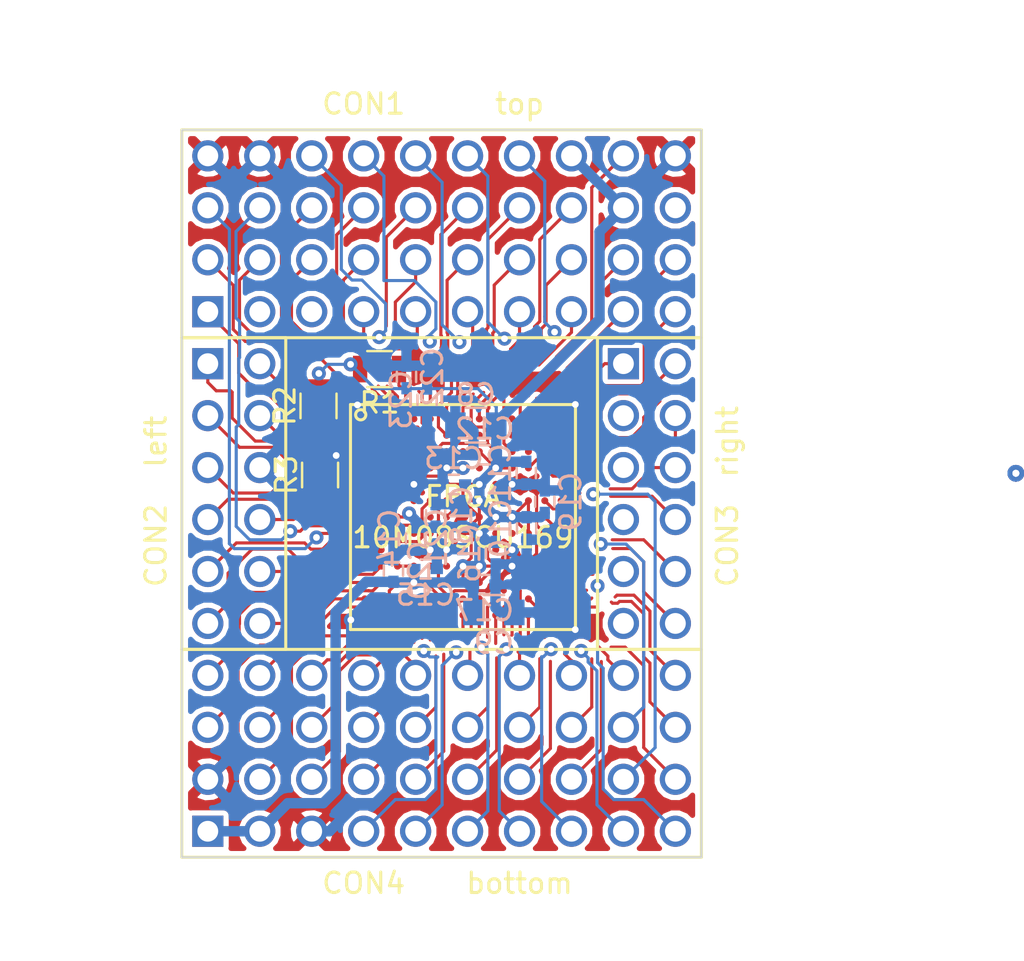
<source format=kicad_pcb>
(kicad_pcb (version 4) (host pcbnew 4.0.6)
  (layers (0 F.Cu signal) (31 B.Cu signal) (34 B.Paste user) (35 F.Paste user) (36 B.SilkS user) (37 F.SilkS user) (38 B.Mask user) (39 F.Mask user) (44 Edge.Cuts user))
  (net 0 "")
  (net 1 GND)
  (net 2 3V3)
  (net 3 fpga_DEV_CLRn)
  (net 4 fpga_CONF_DONE)
  (net 5 fpga_DEV_OE)
  (net 6 fpga_JTAGEN)
  (net 7 fpga_TDI)
  (net 8 fpga_TDO)
  (net 9 fpga_TMS)
  (net 10 fpga_TCK)
  (net 11 IO0)
  (net 12 IO1)
  (net 13 IO2)
  (net 14 IO3)
  (net 15 IO4)
  (net 16 IO5)
  (net 17 IO6)
  (net 18 IO7)
  (net 19 IO8)
  (net 20 IO9)
  (net 21 IO10)
  (net 22 IO22)
  (net 23 IO33)
  (net 24 IO23)
  (net 25 IO34)
  (net 26 IO24)
  (net 27 IO35)
  (net 28 IO25)
  (net 29 IO26)
  (net 30 IO38)
  (net 31 IO27)
  (net 32 IO39)
  (net 33 IO28)
  (net 34 IO40)
  (net 35 IO30)
  (net 36 IO42)
  (net 37 IO43)
  (net 38 IO32)
  (net 39 IO44)
  (net 40 IO13)
  (net 41 IO14)
  (net 42 IO15)
  (net 43 IO16)
  (net 44 IO17)
  (net 45 IO18)
  (net 46 IO19)
  (net 47 IO20)
  (net 48 IO21)
  (net 49 IO45)
  (net 50 IO46)
  (net 51 IO47)
  (net 52 IO48)
  (net 53 IO49)
  (net 54 IO50)
  (net 55 IO52)
  (net 56 IO53)
  (net 57 IO54)
  (net 58 IO55)
  (net 59 IO56)
  (net 60 IO57)
  (net 61 IO58)
  (net 62 IO59)
  (net 63 IO60)
  (net 64 IO61)
  (net 65 IO62)
  (net 66 IO51)
  (net 67 IO72)
  (net 68 IO63)
  (net 69 IO70)
  (net 70 IO71)
  (net 71 IO73)
  (net 72 IO65)
  (net 73 IO66)
  (net 74 IO67)
  (net 75 IO68)
  (net 76 IO69)
  (net 77 IO74)
  (net 78 IO75)
  (net 79 IO76)
  (net 80 IO77)
  (net 81 IO78)
  (net 82 IO79)
  (net 83 IO80)
  (net 84 IO81)
  (net 85 IO82)
  (net 86 IO83)
  (net 87 IO84)
  (net 88 IO85)
  (net 89 IO86)
  (net 90 CLK0n)
  (net 91 CLK1p)
  (net 92 CLK0p)
  (net 93 DPCLK0)
  (net 94 DPCLK1)
  (net 95 VREFB2N0)
  (net 96 CLK1n)
  (net 97 CLK3n)
  (net 98 DPCLK3)
  (net 99 DPCLK2)
  (net 100 CLK3p)
  (net 101 fpga_nSTATUS)
  (net 102 IO87)
  (net 103 NC-1-39)
  (net 104 NC-4-29)
  (net 105 pin1)
  (net 106 pin2)
  (net 107 pin3)
  (net 108 pin4)
  (net 109 pin5)
  (net 110 pin6)
  (net 111 pin7)
  (net 112 pin8)
  (net 113 pin9)
  (net 114 pin10)
  (net 115 pin11)
  (net 116 pin12)
  (net 117 pin13)
  (net 118 pin14)
  (net 119 pin15)
  (net 120 pin16)
  (net 121 pin17)
  (net 122 pin18)
  (net 123 pin19)
  (net 124 pin20)
  (net 125 pin21)
  (net 126 pin22)
  (net 127 pin23)
  (net 128 pin24)
  (net 129 pin25)
  (net 130 pin26)
  (net 131 pin27)
  (net 132 pin28)
  (net 133 pin29)
  (net 134 pin30)
  (net 135 pin31)
  (net 136 pin32)
  (net 137 pin33)
  (net 138 pin34)
  (net 139 pin36)
  (net 140 pin37)
  (net 141 pin38)
  (net 142 pin35)
  (net 143 pin39)
  (net 144 pin40)
  (module myelin-kicad:lattice_ubga169_smallpads (layer F.Cu) (at 148.364872 58.29848)
    (fp_text reference FPGA (at 0 -1) (layer F.SilkS))
    (fp_text value 10M08SCU169 (at 0 1) (layer F.SilkS))
    (pad A1 smd circle (at -4.8 -4.8) (size 0.342 0.342) (layers F.Cu F.Paste F.Mask) (net 1 GND))
    (pad A2 smd circle (at -4 -4.8) (size 0.342 0.342) (layers F.Cu F.Paste F.Mask) (net 11 IO0))
    (pad A3 smd circle (at -3.2 -4.8) (size 0.342 0.342) (layers F.Cu F.Paste F.Mask) (net 12 IO1))
    (pad A4 smd circle (at -2.4 -4.8) (size 0.342 0.342) (layers F.Cu F.Paste F.Mask) (net 13 IO2))
    (pad A5 smd circle (at -1.6 -4.8) (size 0.342 0.342) (layers F.Cu F.Paste F.Mask) (net 14 IO3))
    (pad A6 smd circle (at -0.8 -4.8) (size 0.342 0.342) (layers F.Cu F.Paste F.Mask) (net 15 IO4))
    (pad A7 smd circle (at 0 -4.8) (size 0.342 0.342) (layers F.Cu F.Paste F.Mask) (net 16 IO5))
    (pad A8 smd circle (at 0.8 -4.8) (size 0.342 0.342) (layers F.Cu F.Paste F.Mask) (net 17 IO6))
    (pad A9 smd circle (at 1.6 -4.8) (size 0.342 0.342) (layers F.Cu F.Paste F.Mask) (net 18 IO7))
    (pad A10 smd circle (at 2.4 -4.8) (size 0.342 0.342) (layers F.Cu F.Paste F.Mask) (net 19 IO8))
    (pad A11 smd circle (at 3.2 -4.8) (size 0.342 0.342) (layers F.Cu F.Paste F.Mask) (net 20 IO9))
    (pad A12 smd circle (at 4 -4.8) (size 0.342 0.342) (layers F.Cu F.Paste F.Mask) (net 21 IO10))
    (pad A13 smd circle (at 4.8 -4.8) (size 0.342 0.342) (layers F.Cu F.Paste F.Mask) (net 1 GND))
    (pad B1 smd circle (at -4.8 -4) (size 0.342 0.342) (layers F.Cu F.Paste F.Mask) (net 22 IO22))
    (pad B2 smd circle (at -4 -4) (size 0.342 0.342) (layers F.Cu F.Paste F.Mask) (net 49 IO45))
    (pad B3 smd circle (at -3.2 -4) (size 0.342 0.342) (layers F.Cu F.Paste F.Mask) (net 50 IO46))
    (pad B4 smd circle (at -2.4 -4) (size 0.342 0.342) (layers F.Cu F.Paste F.Mask) (net 51 IO47))
    (pad B5 smd circle (at -1.6 -4) (size 0.342 0.342) (layers F.Cu F.Paste F.Mask) (net 52 IO48))
    (pad B6 smd circle (at -0.8 -4) (size 0.342 0.342) (layers F.Cu F.Paste F.Mask) (net 53 IO49))
    (pad B7 smd circle (at 0 -4) (size 0.342 0.342) (layers F.Cu F.Paste F.Mask) (net 54 IO50))
    (pad B8 smd circle (at 0.8 -4) (size 0.342 0.342) (layers F.Cu F.Paste F.Mask) (net 1 GND))
    (pad B9 smd circle (at 1.6 -4) (size 0.342 0.342) (layers F.Cu F.Paste F.Mask) (net 3 fpga_DEV_CLRn))
    (pad B10 smd circle (at 2.4 -4) (size 0.342 0.342) (layers F.Cu F.Paste F.Mask) (net 66 IO51))
    (pad B11 smd circle (at 3.2 -4) (size 0.342 0.342) (layers F.Cu F.Paste F.Mask) (net 55 IO52))
    (pad B12 smd circle (at 4 -4) (size 0.342 0.342) (layers F.Cu F.Paste F.Mask) (net 67 IO72))
    (pad B13 smd circle (at 4.8 -4) (size 0.342 0.342) (layers F.Cu F.Paste F.Mask) (net 23 IO33))
    (pad C1 smd circle (at -4.8 -3.2) (size 0.342 0.342) (layers F.Cu F.Paste F.Mask) (net 24 IO23))
    (pad C2 smd circle (at -4 -3.2) (size 0.342 0.342) (layers F.Cu F.Paste F.Mask) (net 68 IO63))
    (pad C3 smd circle (at -3.2 -3.2) (size 0.342 0.342) (layers F.Cu F.Paste F.Mask) (net 1 GND))
    (pad C4 smd circle (at -2.4 -3.2) (size 0.342 0.342) (layers F.Cu F.Paste F.Mask) (net 101 fpga_nSTATUS))
    (pad C5 smd circle (at -1.6 -3.2) (size 0.342 0.342) (layers F.Cu F.Paste F.Mask) (net 4 fpga_CONF_DONE))
    (pad C6 smd circle (at -0.8 -3.2) (size 0.342 0.342) (layers F.Cu F.Paste F.Mask) (net 2 3V3))
    (pad C7 smd circle (at 0 -3.2) (size 0.342 0.342) (layers F.Cu F.Paste F.Mask) (net 2 3V3))
    (pad C8 smd circle (at 0.8 -3.2) (size 0.342 0.342) (layers F.Cu F.Paste F.Mask) (net 2 3V3))
    (pad C9 smd circle (at 1.6 -3.2) (size 0.342 0.342) (layers F.Cu F.Paste F.Mask) (net 69 IO70))
    (pad C10 smd circle (at 2.4 -3.2) (size 0.342 0.342) (layers F.Cu F.Paste F.Mask) (net 70 IO71))
    (pad C11 smd circle (at 3.2 -3.2) (size 0.342 0.342) (layers F.Cu F.Paste F.Mask) (net 88 IO85))
    (pad C12 smd circle (at 4 -3.2) (size 0.342 0.342) (layers F.Cu F.Paste F.Mask) (net 71 IO73))
    (pad C13 smd circle (at 4.8 -3.2) (size 0.342 0.342) (layers F.Cu F.Paste F.Mask) (net 25 IO34))
    (pad D1 smd circle (at -4.8 -2.4) (size 0.342 0.342) (layers F.Cu F.Paste F.Mask) (net 26 IO24))
    (pad D2 smd circle (at -4 -2.4) (size 0.342 0.342) (layers F.Cu F.Paste F.Mask) (net 1 GND))
    (pad D3 smd circle (at -3.2 -2.4) (size 0.342 0.342) (layers F.Cu F.Paste F.Mask) (net 2 3V3))
    (pad D4 smd circle (at -2.4 -2.4) (size 0.342 0.342) (layers F.Cu F.Paste F.Mask) (net 2 3V3))
    (pad D5 smd circle (at -1.6 -2.4) (size 0.342 0.342) (layers F.Cu F.Paste F.Mask) (net 1 GND))
    (pad D6 smd circle (at -0.8 -2.4) (size 0.342 0.342) (layers F.Cu F.Paste F.Mask) (net 1 GND))
    (pad D7 smd circle (at 0 -2.4) (size 0.342 0.342) (layers F.Cu F.Paste F.Mask) (net 1 GND))
    (pad D8 smd circle (at 0.8 -2.4) (size 0.342 0.342) (layers F.Cu F.Paste F.Mask) (net 5 fpga_DEV_OE))
    (pad D9 smd circle (at 1.6 -2.4) (size 0.342 0.342) (layers F.Cu F.Paste F.Mask) (net 2 3V3))
    (pad D10 smd circle (at 2.4 -2.4) (size 0.342 0.342) (layers F.Cu F.Paste F.Mask) (net 2 3V3))
    (pad D11 smd circle (at 3.2 -2.4) (size 0.342 0.342) (layers F.Cu F.Paste F.Mask) (net 77 IO74))
    (pad D12 smd circle (at 4 -2.4) (size 0.342 0.342) (layers F.Cu F.Paste F.Mask) (net 78 IO75))
    (pad D13 smd circle (at 4.8 -2.4) (size 0.342 0.342) (layers F.Cu F.Paste F.Mask) (net 27 IO35))
    (pad E1 smd circle (at -4.8 -1.6) (size 0.342 0.342) (layers F.Cu F.Paste F.Mask) (net 28 IO25))
    (pad E2 smd circle (at -4 -1.6) (size 0.342 0.342) (layers F.Cu F.Paste F.Mask) (net 1 GND))
    (pad E3 smd circle (at -3.2 -1.6) (size 0.342 0.342) (layers F.Cu F.Paste F.Mask) (net 89 IO86))
    (pad E4 smd circle (at -2.4 -1.6) (size 0.342 0.342) (layers F.Cu F.Paste F.Mask) (net 1 GND))
    (pad E5 smd circle (at -1.6 -1.6) (size 0.342 0.342) (layers F.Cu F.Paste F.Mask) (net 6 fpga_JTAGEN))
    (pad E6 smd circle (at -0.8 -1.6) (size 0.342 0.342) (layers F.Cu F.Paste F.Mask) (net 2 3V3))
    (pad E7 smd circle (at 0 -1.6) (size 0.342 0.342) (layers F.Cu F.Paste F.Mask) (net 2 3V3))
    (pad E8 smd circle (at 0.8 -1.6) (size 0.342 0.342) (layers F.Cu F.Paste F.Mask) (net 2 3V3))
    (pad E9 smd circle (at 1.6 -1.6) (size 0.342 0.342) (layers F.Cu F.Paste F.Mask))
    (pad E10 smd circle (at 2.4 -1.6) (size 0.342 0.342) (layers F.Cu F.Paste F.Mask) (net 1 GND))
    (pad E11 smd circle (at 3.2 -1.6) (size 0.342 0.342) (layers F.Cu F.Paste F.Mask) (net 1 GND))
    (pad E12 smd circle (at 4 -1.6) (size 0.342 0.342) (layers F.Cu F.Paste F.Mask) (net 79 IO76))
    (pad E13 smd circle (at 4.8 -1.6) (size 0.342 0.342) (layers F.Cu F.Paste F.Mask) (net 97 CLK3n))
    (pad F1 smd circle (at -4.8 -0.8) (size 0.342 0.342) (layers F.Cu F.Paste F.Mask) (net 29 IO26))
    (pad F2 smd circle (at -4 -0.8) (size 0.342 0.342) (layers F.Cu F.Paste F.Mask) (net 2 3V3))
    (pad F3 smd circle (at -3.2 -0.8) (size 0.342 0.342) (layers F.Cu F.Paste F.Mask) (net 1 GND))
    (pad F4 smd circle (at -2.4 -0.8) (size 0.342 0.342) (layers F.Cu F.Paste F.Mask))
    (pad F5 smd circle (at -1.6 -0.8) (size 0.342 0.342) (layers F.Cu F.Paste F.Mask) (net 7 fpga_TDI))
    (pad F6 smd circle (at -0.8 -0.8) (size 0.342 0.342) (layers F.Cu F.Paste F.Mask) (net 8 fpga_TDO))
    (pad F7 smd circle (at 0 -0.8) (size 0.342 0.342) (layers F.Cu F.Paste F.Mask) (net 2 3V3))
    (pad F8 smd circle (at 0.8 -0.8) (size 0.342 0.342) (layers F.Cu F.Paste F.Mask) (net 2 3V3))
    (pad F9 smd circle (at 1.6 -0.8) (size 0.342 0.342) (layers F.Cu F.Paste F.Mask) (net 98 DPCLK3))
    (pad F10 smd circle (at 2.4 -0.8) (size 0.342 0.342) (layers F.Cu F.Paste F.Mask) (net 99 DPCLK2))
    (pad F11 smd circle (at 3.2 -0.8) (size 0.342 0.342) (layers F.Cu F.Paste F.Mask) (net 2 3V3))
    (pad F12 smd circle (at 4 -0.8) (size 0.342 0.342) (layers F.Cu F.Paste F.Mask) (net 80 IO77))
    (pad F13 smd circle (at 4.8 -0.8) (size 0.342 0.342) (layers F.Cu F.Paste F.Mask) (net 100 CLK3p))
    (pad G1 smd circle (at -4.8 0) (size 0.342 0.342) (layers F.Cu F.Paste F.Mask) (net 9 fpga_TMS))
    (pad G2 smd circle (at -4 0) (size 0.342 0.342) (layers F.Cu F.Paste F.Mask) (net 10 fpga_TCK))
    (pad G3 smd circle (at -3.2 0) (size 0.342 0.342) (layers F.Cu F.Paste F.Mask) (net 2 3V3))
    (pad G4 smd circle (at -2.4 0) (size 0.342 0.342) (layers F.Cu F.Paste F.Mask) (net 2 3V3))
    (pad G5 smd circle (at -1.6 0) (size 0.342 0.342) (layers F.Cu F.Paste F.Mask) (net 90 CLK0n))
    (pad G6 smd circle (at -0.8 0) (size 0.342 0.342) (layers F.Cu F.Paste F.Mask) (net 2 3V3))
    (pad G7 smd circle (at 0 0) (size 0.342 0.342) (layers F.Cu F.Paste F.Mask) (net 1 GND))
    (pad G8 smd circle (at 0.8 0) (size 0.342 0.342) (layers F.Cu F.Paste F.Mask) (net 2 3V3))
    (pad G9 smd circle (at 1.6 0) (size 0.342 0.342) (layers F.Cu F.Paste F.Mask) (net 2 3V3))
    (pad G10 smd circle (at 2.4 0) (size 0.342 0.342) (layers F.Cu F.Paste F.Mask) (net 2 3V3))
    (pad G11 smd circle (at 3.2 0) (size 0.342 0.342) (layers F.Cu F.Paste F.Mask) (net 2 3V3))
    (pad G12 smd circle (at 4 0) (size 0.342 0.342) (layers F.Cu F.Paste F.Mask) (net 81 IO78))
    (pad G13 smd circle (at 4.8 0) (size 0.342 0.342) (layers F.Cu F.Paste F.Mask) (net 30 IO38))
    (pad H1 smd circle (at -4.8 0.8) (size 0.342 0.342) (layers F.Cu F.Paste F.Mask) (net 31 IO27))
    (pad H2 smd circle (at -4 0.8) (size 0.342 0.342) (layers F.Cu F.Paste F.Mask) (net 72 IO65))
    (pad H3 smd circle (at -3.2 0.8) (size 0.342 0.342) (layers F.Cu F.Paste F.Mask))
    (pad H4 smd circle (at -2.4 0.8) (size 0.342 0.342) (layers F.Cu F.Paste F.Mask) (net 91 CLK1p))
    (pad H5 smd circle (at -1.6 0.8) (size 0.342 0.342) (layers F.Cu F.Paste F.Mask) (net 96 CLK1n))
    (pad H6 smd circle (at -0.8 0.8) (size 0.342 0.342) (layers F.Cu F.Paste F.Mask) (net 92 CLK0p))
    (pad H7 smd circle (at 0 0.8) (size 0.342 0.342) (layers F.Cu F.Paste F.Mask) (net 2 3V3))
    (pad H8 smd circle (at 0.8 0.8) (size 0.342 0.342) (layers F.Cu F.Paste F.Mask) (net 2 3V3))
    (pad H9 smd circle (at 1.6 0.8) (size 0.342 0.342) (layers F.Cu F.Paste F.Mask))
    (pad H10 smd circle (at 2.4 0.8) (size 0.342 0.342) (layers F.Cu F.Paste F.Mask))
    (pad H11 smd circle (at 3.2 0.8) (size 0.342 0.342) (layers F.Cu F.Paste F.Mask) (net 2 3V3))
    (pad H12 smd circle (at 4 0.8) (size 0.342 0.342) (layers F.Cu F.Paste F.Mask) (net 1 GND))
    (pad H13 smd circle (at 4.8 0.8) (size 0.342 0.342) (layers F.Cu F.Paste F.Mask) (net 32 IO39))
    (pad J1 smd circle (at -4.8 1.6) (size 0.342 0.342) (layers F.Cu F.Paste F.Mask) (net 33 IO28))
    (pad J2 smd circle (at -4 1.6) (size 0.342 0.342) (layers F.Cu F.Paste F.Mask) (net 73 IO66))
    (pad J3 smd circle (at -3.2 1.6) (size 0.342 0.342) (layers F.Cu F.Paste F.Mask) (net 2 3V3))
    (pad J4 smd circle (at -2.4 1.6) (size 0.342 0.342) (layers F.Cu F.Paste F.Mask) (net 1 GND))
    (pad J5 smd circle (at -1.6 1.6) (size 0.342 0.342) (layers F.Cu F.Paste F.Mask) (net 1 GND))
    (pad J6 smd circle (at -0.8 1.6) (size 0.342 0.342) (layers F.Cu F.Paste F.Mask) (net 1 GND))
    (pad J7 smd circle (at 0 1.6) (size 0.342 0.342) (layers F.Cu F.Paste F.Mask))
    (pad J8 smd circle (at 0.8 1.6) (size 0.342 0.342) (layers F.Cu F.Paste F.Mask))
    (pad J9 smd circle (at 1.6 1.6) (size 0.342 0.342) (layers F.Cu F.Paste F.Mask))
    (pad J10 smd circle (at 2.4 1.6) (size 0.342 0.342) (layers F.Cu F.Paste F.Mask) (net 1 GND))
    (pad J11 smd circle (at 3.2 1.6) (size 0.342 0.342) (layers F.Cu F.Paste F.Mask) (net 2 3V3))
    (pad J12 smd circle (at 4 1.6) (size 0.342 0.342) (layers F.Cu F.Paste F.Mask) (net 82 IO79))
    (pad J13 smd circle (at 4.8 1.6) (size 0.342 0.342) (layers F.Cu F.Paste F.Mask) (net 34 IO40))
    (pad K1 smd circle (at -4.8 2.4) (size 0.342 0.342) (layers F.Cu F.Paste F.Mask) (net 35 IO30))
    (pad K2 smd circle (at -4 2.4) (size 0.342 0.342) (layers F.Cu F.Paste F.Mask) (net 74 IO67))
    (pad K3 smd circle (at -3.2 2.4) (size 0.342 0.342) (layers F.Cu F.Paste F.Mask) (net 2 3V3))
    (pad K4 smd circle (at -2.4 2.4) (size 0.342 0.342) (layers F.Cu F.Paste F.Mask) (net 2 3V3))
    (pad K5 smd circle (at -1.6 2.4) (size 0.342 0.342) (layers F.Cu F.Paste F.Mask))
    (pad K6 smd circle (at -0.8 2.4) (size 0.342 0.342) (layers F.Cu F.Paste F.Mask))
    (pad K7 smd circle (at 0 2.4) (size 0.342 0.342) (layers F.Cu F.Paste F.Mask) (net 2 3V3))
    (pad K8 smd circle (at 0.8 2.4) (size 0.342 0.342) (layers F.Cu F.Paste F.Mask) (net 2 3V3))
    (pad K9 smd circle (at 1.6 2.4) (size 0.342 0.342) (layers F.Cu F.Paste F.Mask) (net 2 3V3))
    (pad K10 smd circle (at 2.4 2.4) (size 0.342 0.342) (layers F.Cu F.Paste F.Mask) (net 1 GND))
    (pad K11 smd circle (at 3.2 2.4) (size 0.342 0.342) (layers F.Cu F.Paste F.Mask) (net 83 IO80))
    (pad K12 smd circle (at 4 2.4) (size 0.342 0.342) (layers F.Cu F.Paste F.Mask) (net 84 IO81))
    (pad K13 smd circle (at 4.8 2.4) (size 0.342 0.342) (layers F.Cu F.Paste F.Mask) (net 36 IO42))
    (pad L1 smd circle (at -4.8 3.2) (size 0.342 0.342) (layers F.Cu F.Paste F.Mask) (net 95 VREFB2N0))
    (pad L2 smd circle (at -4 3.2) (size 0.342 0.342) (layers F.Cu F.Paste F.Mask) (net 75 IO68))
    (pad L3 smd circle (at -3.2 3.2) (size 0.342 0.342) (layers F.Cu F.Paste F.Mask) (net 76 IO69))
    (pad L4 smd circle (at -2.4 3.2) (size 0.342 0.342) (layers F.Cu F.Paste F.Mask) (net 2 3V3))
    (pad L5 smd circle (at -1.6 3.2) (size 0.342 0.342) (layers F.Cu F.Paste F.Mask) (net 102 IO87))
    (pad L6 smd circle (at -0.8 3.2) (size 0.342 0.342) (layers F.Cu F.Paste F.Mask) (net 2 3V3))
    (pad L7 smd circle (at 0 3.2) (size 0.342 0.342) (layers F.Cu F.Paste F.Mask) (net 2 3V3))
    (pad L8 smd circle (at 0.8 3.2) (size 0.342 0.342) (layers F.Cu F.Paste F.Mask) (net 2 3V3))
    (pad L9 smd circle (at 1.6 3.2) (size 0.342 0.342) (layers F.Cu F.Paste F.Mask) (net 1 GND))
    (pad L10 smd circle (at 2.4 3.2) (size 0.342 0.342) (layers F.Cu F.Paste F.Mask) (net 87 IO84))
    (pad L11 smd circle (at 3.2 3.2) (size 0.342 0.342) (layers F.Cu F.Paste F.Mask) (net 85 IO82))
    (pad L12 smd circle (at 4 3.2) (size 0.342 0.342) (layers F.Cu F.Paste F.Mask) (net 86 IO83))
    (pad L13 smd circle (at 4.8 3.2) (size 0.342 0.342) (layers F.Cu F.Paste F.Mask) (net 37 IO43))
    (pad M1 smd circle (at -4.8 4) (size 0.342 0.342) (layers F.Cu F.Paste F.Mask) (net 38 IO32))
    (pad M2 smd circle (at -4 4) (size 0.342 0.342) (layers F.Cu F.Paste F.Mask) (net 56 IO53))
    (pad M3 smd circle (at -3.2 4) (size 0.342 0.342) (layers F.Cu F.Paste F.Mask) (net 57 IO54))
    (pad M4 smd circle (at -2.4 4) (size 0.342 0.342) (layers F.Cu F.Paste F.Mask) (net 58 IO55))
    (pad M5 smd circle (at -1.6 4) (size 0.342 0.342) (layers F.Cu F.Paste F.Mask) (net 59 IO56))
    (pad M6 smd circle (at -0.8 4) (size 0.342 0.342) (layers F.Cu F.Paste F.Mask) (net 1 GND))
    (pad M7 smd circle (at 0 4) (size 0.342 0.342) (layers F.Cu F.Paste F.Mask) (net 60 IO57))
    (pad M8 smd circle (at 0.8 4) (size 0.342 0.342) (layers F.Cu F.Paste F.Mask) (net 61 IO58))
    (pad M9 smd circle (at 1.6 4) (size 0.342 0.342) (layers F.Cu F.Paste F.Mask) (net 62 IO59))
    (pad M10 smd circle (at 2.4 4) (size 0.342 0.342) (layers F.Cu F.Paste F.Mask) (net 63 IO60))
    (pad M11 smd circle (at 3.2 4) (size 0.342 0.342) (layers F.Cu F.Paste F.Mask) (net 64 IO61))
    (pad M12 smd circle (at 4 4) (size 0.342 0.342) (layers F.Cu F.Paste F.Mask) (net 65 IO62))
    (pad M13 smd circle (at 4.8 4) (size 0.342 0.342) (layers F.Cu F.Paste F.Mask) (net 39 IO44))
    (pad N1 smd circle (at -4.8 4.8) (size 0.342 0.342) (layers F.Cu F.Paste F.Mask) (net 1 GND))
    (pad N2 smd circle (at -4 4.8) (size 0.342 0.342) (layers F.Cu F.Paste F.Mask) (net 93 DPCLK0))
    (pad N3 smd circle (at -3.2 4.8) (size 0.342 0.342) (layers F.Cu F.Paste F.Mask) (net 94 DPCLK1))
    (pad N4 smd circle (at -2.4 4.8) (size 0.342 0.342) (layers F.Cu F.Paste F.Mask) (net 40 IO13))
    (pad N5 smd circle (at -1.6 4.8) (size 0.342 0.342) (layers F.Cu F.Paste F.Mask) (net 41 IO14))
    (pad N6 smd circle (at -0.8 4.8) (size 0.342 0.342) (layers F.Cu F.Paste F.Mask) (net 42 IO15))
    (pad N7 smd circle (at 0 4.8) (size 0.342 0.342) (layers F.Cu F.Paste F.Mask) (net 43 IO16))
    (pad N8 smd circle (at 0.8 4.8) (size 0.342 0.342) (layers F.Cu F.Paste F.Mask) (net 44 IO17))
    (pad N9 smd circle (at 1.6 4.8) (size 0.342 0.342) (layers F.Cu F.Paste F.Mask) (net 45 IO18))
    (pad N10 smd circle (at 2.4 4.8) (size 0.342 0.342) (layers F.Cu F.Paste F.Mask) (net 46 IO19))
    (pad N11 smd circle (at 3.2 4.8) (size 0.342 0.342) (layers F.Cu F.Paste F.Mask) (net 47 IO20))
    (pad N12 smd circle (at 4 4.8) (size 0.342 0.342) (layers F.Cu F.Paste F.Mask) (net 48 IO21))
    (pad N13 smd circle (at 4.8 4.8) (size 0.342 0.342) (layers F.Cu F.Paste F.Mask) (net 1 GND))
  )
  (module Resistors_SMD:R_0805 (layer F.Cu) (at 141.30274 52.86506 90)
    (fp_text reference R2 (at 0 -1.65 90) (layer F.SilkS))
    (fp_text value 10k)
    (pad 1 smd rect (at -0.95 0 90) (size 0.7 1.3) (layers F.Cu F.Paste F.Mask) (net 101 fpga_nSTATUS))
    (pad 2 smd rect (at 0.95 0 90) (size 0.7 1.3) (layers F.Cu F.Paste F.Mask) (net 2 3V3))
  )
  (module Resistors_SMD:R_0805 (layer F.Cu) (at 141.37894 56.24326 90)
    (fp_text reference R3 (at 0 -1.65 90) (layer F.SilkS))
    (fp_text value 1-10k)
    (pad 1 smd rect (at -0.95 0 90) (size 0.7 1.3) (layers F.Cu F.Paste F.Mask) (net 10 fpga_TCK))
    (pad 2 smd rect (at 0.95 0 90) (size 0.7 1.3) (layers F.Cu F.Paste F.Mask) (net 1 GND))
  )
  (module Resistors_SMD:R_0805 (layer F.Cu) (at 144.28474 51.06416 180)
    (fp_text reference R1 (at 0 -1.65 180) (layer F.SilkS))
    (fp_text value 10k)
    (pad 1 smd rect (at -0.95 0 180) (size 0.7 1.3) (layers F.Cu F.Paste F.Mask) (net 4 fpga_CONF_DONE))
    (pad 2 smd rect (at 0.95 0 180) (size 0.7 1.3) (layers F.Cu F.Paste F.Mask) (net 2 3V3))
  )
  (module myelin-kicad:via_single (layer F.Cu) (at 175.39462 56.158621)
    (fp_text reference staple_single1 hide)
    (fp_text value "" hide)
    (pad 1 thru_hole circle (at 0 0) (size 0.8128 0.8128) (drill 0.3302) (layers *.Cu) (net 1 GND))
  )
  (module myelin-kicad:via_single (layer F.Cu) (at 175.39462 56.158621)
    (fp_text reference staple_single2 hide)
    (fp_text value "" hide)
    (pad 1 thru_hole circle (at 0 0) (size 0.8128 0.8128) (drill 0.3302) (layers *.Cu) (net 1 GND))
  )
  (module myelin-kicad:via_single (layer F.Cu) (at 175.39462 56.158621)
    (fp_text reference staple_single3 hide)
    (fp_text value "" hide)
    (pad 1 thru_hole circle (at 0 0) (size 0.8128 0.8128) (drill 0.3302) (layers *.Cu) (net 1 GND))
  )
  (module myelin-kicad:via_single (layer F.Cu) (at 175.39462 56.158621)
    (fp_text reference staple_single4 hide)
    (fp_text value "" hide)
    (pad 1 thru_hole circle (at 0 0) (size 0.8128 0.8128) (drill 0.3302) (layers *.Cu) (net 1 GND))
  )
  (module myelin-kicad:via_single (layer F.Cu) (at 175.39462 56.158621)
    (fp_text reference staple_single5 hide)
    (fp_text value "" hide)
    (pad 1 thru_hole circle (at 0 0) (size 0.8128 0.8128) (drill 0.3302) (layers *.Cu) (net 1 GND))
  )
  (module myelin-kicad:via_single (layer F.Cu) (at 175.39462 56.158621)
    (fp_text reference staple_single6 hide)
    (fp_text value "" hide)
    (pad 1 thru_hole circle (at 0 0) (size 0.8128 0.8128) (drill 0.3302) (layers *.Cu) (net 1 GND))
  )
  (module myelin-kicad:via_single (layer F.Cu) (at 175.39462 56.158621)
    (fp_text reference staple_single7 hide)
    (fp_text value "" hide)
    (pad 1 thru_hole circle (at 0 0) (size 0.8128 0.8128) (drill 0.3302) (layers *.Cu) (net 1 GND))
  )
  (module Capacitors_SMD:C_0402 (layer B.Cu) (at 151.47544 58.85552 270)
    (fp_text reference C10 (at 0 1.27 270) (layer B.SilkS) (effects (justify mirror)))
    (fp_text value 100n)
    (pad 1 smd rect (at -0.55 0 270) (size 0.6 0.5) (layers B.Cu B.Paste B.Mask) (net 2 3V3))
    (pad 2 smd rect (at 0.55 0 270) (size 0.6 0.5) (layers B.Cu B.Paste B.Mask) (net 1 GND))
  )
  (module Capacitors_SMD:C_0402 (layer B.Cu) (at 151.4602 56.14788 270)
    (fp_text reference C11 (at 0 1.27 270) (layer B.SilkS) (effects (justify mirror)))
    (fp_text value 100n)
    (pad 1 smd rect (at -0.55 0 270) (size 0.6 0.5) (layers B.Cu B.Paste B.Mask) (net 2 3V3))
    (pad 2 smd rect (at 0.55 0 270) (size 0.6 0.5) (layers B.Cu B.Paste B.Mask) (net 1 GND))
  )
  (module Capacitors_SMD:C_0402 (layer B.Cu) (at 149.42702 55.2577 180)
    (fp_text reference C12 (at 0 1.27 180) (layer B.SilkS) (effects (justify mirror)))
    (fp_text value 100n)
    (pad 1 smd rect (at -0.55 0 180) (size 0.6 0.5) (layers B.Cu B.Paste B.Mask) (net 2 3V3))
    (pad 2 smd rect (at 0.55 0 180) (size 0.6 0.5) (layers B.Cu B.Paste B.Mask) (net 1 GND))
  )
  (module Capacitors_SMD:C_0402 (layer B.Cu) (at 147.9208 56.70296 180)
    (fp_text reference C13 (at 0 1.27 180) (layer B.SilkS) (effects (justify mirror)))
    (fp_text value 100n)
    (pad 1 smd rect (at -0.55 0 180) (size 0.6 0.5) (layers B.Cu B.Paste B.Mask) (net 2 3V3))
    (pad 2 smd rect (at 0.55 0 180) (size 0.6 0.5) (layers B.Cu B.Paste B.Mask) (net 1 GND))
  )
  (module Capacitors_SMD:C_0402 (layer B.Cu) (at 146.05 59.34828 270)
    (fp_text reference C14 (at 0 1.27 270) (layer B.SilkS) (effects (justify mirror)))
    (fp_text value 100n)
    (pad 1 smd rect (at -0.55 0 270) (size 0.6 0.5) (layers B.Cu B.Paste B.Mask) (net 2 3V3))
    (pad 2 smd rect (at 0.55 0 270) (size 0.6 0.5) (layers B.Cu B.Paste B.Mask) (net 1 GND))
  )
  (module Capacitors_SMD:C_0402 (layer B.Cu) (at 146.53632 60.83808)
    (fp_text reference C15 (at 0 1.27) (layer B.SilkS) (effects (justify mirror)))
    (fp_text value 100n)
    (pad 1 smd rect (at -0.55 0) (size 0.6 0.5) (layers B.Cu B.Paste B.Mask) (net 2 3V3))
    (pad 2 smd rect (at 0.55 0) (size 0.6 0.5) (layers B.Cu B.Paste B.Mask) (net 1 GND))
  )
  (module Capacitors_SMD:C_0402 (layer B.Cu) (at 149.96414 60.06202 270)
    (fp_text reference C16 (at 0 1.27 270) (layer B.SilkS) (effects (justify mirror)))
    (fp_text value 100n)
    (pad 1 smd rect (at -0.55 0 270) (size 0.6 0.5) (layers B.Cu B.Paste B.Mask) (net 2 3V3))
    (pad 2 smd rect (at 0.55 0 270) (size 0.6 0.5) (layers B.Cu B.Paste B.Mask) (net 1 GND))
  )
  (module Capacitors_SMD:C_0402 (layer B.Cu) (at 149.40398 61.59754)
    (fp_text reference C17 (at 0 1.27) (layer B.SilkS) (effects (justify mirror)))
    (fp_text value 100n)
    (pad 1 smd rect (at -0.55 0) (size 0.6 0.5) (layers B.Cu B.Paste B.Mask) (net 2 3V3))
    (pad 2 smd rect (at 0.55 0) (size 0.6 0.5) (layers B.Cu B.Paste B.Mask) (net 1 GND))
  )
  (module Capacitors_SMD:C_0805 (layer B.Cu) (at 148.9931 53.80736 180)
    (fp_text reference C8 (at 0 1.5 180) (layer B.SilkS) (effects (justify mirror)))
    (fp_text value 1u)
    (pad 1 smd rect (at -1 0 180) (size 1 1.25) (layers B.Cu B.Paste B.Mask) (net 2 3V3))
    (pad 2 smd rect (at 1 0 180) (size 1 1.25) (layers B.Cu B.Paste B.Mask) (net 1 GND))
  )
  (module Capacitors_SMD:C_0805 (layer B.Cu) (at 149.87524 62.96152)
    (fp_text reference C9 (at 0 1.5) (layer B.SilkS) (effects (justify mirror)))
    (fp_text value 1u)
    (pad 1 smd rect (at -1 0) (size 1 1.25) (layers B.Cu B.Paste B.Mask) (net 2 3V3))
    (pad 2 smd rect (at 1 0) (size 1 1.25) (layers B.Cu B.Paste B.Mask) (net 1 GND))
  )
  (module Capacitors_SMD:C_0402 (layer B.Cu) (at 147.02536 58.21934 90)
    (fp_text reference C18 (at 0 1.27 90) (layer B.SilkS) (effects (justify mirror)))
    (fp_text value 100n)
    (pad 1 smd rect (at -0.55 0 90) (size 0.6 0.5) (layers B.Cu B.Paste B.Mask) (net 2 3V3))
    (pad 2 smd rect (at 0.55 0 90) (size 0.6 0.5) (layers B.Cu B.Paste B.Mask) (net 1 GND))
  )
  (module Capacitors_SMD:C_0402 (layer B.Cu) (at 152.36444 57.5476 90)
    (fp_text reference C19 (at 0 1.27 90) (layer B.SilkS) (effects (justify mirror)))
    (fp_text value 100n)
    (pad 1 smd rect (at -0.55 0 90) (size 0.6 0.5) (layers B.Cu B.Paste B.Mask) (net 2 3V3))
    (pad 2 smd rect (at 0.55 0 90) (size 0.6 0.5) (layers B.Cu B.Paste B.Mask) (net 1 GND))
  )
  (module Capacitors_SMD:C_0402 (layer B.Cu) (at 144.96542 60.91564 90)
    (fp_text reference C20 (at 0 1.27 90) (layer B.SilkS) (effects (justify mirror)))
    (fp_text value 100n)
    (pad 1 smd rect (at -0.55 0 90) (size 0.6 0.5) (layers B.Cu B.Paste B.Mask) (net 2 3V3))
    (pad 2 smd rect (at 0.55 0 90) (size 0.6 0.5) (layers B.Cu B.Paste B.Mask) (net 1 GND))
  )
  (module Capacitors_SMD:C_0402 (layer B.Cu) (at 148.33092 59.3178 270)
    (fp_text reference C21 (at 0 1.27 270) (layer B.SilkS) (effects (justify mirror)))
    (fp_text value 100n)
    (pad 1 smd rect (at -0.55 0 270) (size 0.6 0.5) (layers B.Cu B.Paste B.Mask) (net 2 3V3))
    (pad 2 smd rect (at 0.55 0 270) (size 0.6 0.5) (layers B.Cu B.Paste B.Mask) (net 1 GND))
  )
  (module Capacitors_SMD:C_0402 (layer B.Cu) (at 145.60296 51.44906 90)
    (fp_text reference C22 (at 0 1.27 90) (layer B.SilkS) (effects (justify mirror)))
    (fp_text value 100n)
    (pad 1 smd rect (at -0.55 0 90) (size 0.6 0.5) (layers B.Cu B.Paste B.Mask) (net 2 3V3))
    (pad 2 smd rect (at 0.55 0 90) (size 0.6 0.5) (layers B.Cu B.Paste B.Mask) (net 1 GND))
  )
  (module Capacitors_SMD:C_0402 (layer B.Cu) (at 146.61134 52.56648 270)
    (fp_text reference C23 (at 0 1.27 270) (layer B.SilkS) (effects (justify mirror)))
    (fp_text value 100n)
    (pad 1 smd rect (at -0.55 0 270) (size 0.6 0.5) (layers B.Cu B.Paste B.Mask) (net 2 3V3))
    (pad 2 smd rect (at 0.55 0 270) (size 0.6 0.5) (layers B.Cu B.Paste B.Mask) (net 1 GND))
  )
  (module header_4x10_100mil (layer F.Cu) (at 147.32 44.45)
    (fp_text reference CON1 (at -3.81 -6.35) (layer F.SilkS))
    (fp_text value top (at 3.81 -6.35) (layer F.SilkS))
    (pad 1 thru_hole rect (at -11.43 3.81) (size 1.524 1.524) (drill 1.016) (layers *.Cu *.Mask) (net 24 IO23))
    (pad 2 thru_hole circle (at -11.43 1.27) (size 1.524 1.524) (drill 1.016) (layers *.Cu *.Mask) (net 22 IO22))
    (pad 3 thru_hole circle (at -11.43 -1.27) (size 1.524 1.524) (drill 1.016) (layers *.Cu *.Mask) (net 31 IO27))
    (pad 4 thru_hole circle (at -11.43 -3.81) (size 1.524 1.524) (drill 1.016) (layers *.Cu *.Mask) (net 1 GND))
    (pad 5 thru_hole circle (at -8.89 3.81) (size 1.524 1.524) (drill 1.016) (layers *.Cu *.Mask) (net 109 pin5))
    (pad 6 thru_hole circle (at -8.89 1.27) (size 1.524 1.524) (drill 1.016) (layers *.Cu *.Mask) (net 49 IO45))
    (pad 7 thru_hole circle (at -8.89 -1.27) (size 1.524 1.524) (drill 1.016) (layers *.Cu *.Mask) (net 72 IO65))
    (pad 8 thru_hole circle (at -8.89 -3.81) (size 1.524 1.524) (drill 1.016) (layers *.Cu *.Mask) (net 1 GND))
    (pad 9 thru_hole circle (at -6.35 3.81) (size 1.524 1.524) (drill 1.016) (layers *.Cu *.Mask) (net 113 pin9))
    (pad 10 thru_hole circle (at -6.35 1.27) (size 1.524 1.524) (drill 1.016) (layers *.Cu *.Mask) (net 114 pin10))
    (pad 11 thru_hole circle (at -6.35 -1.27) (size 1.524 1.524) (drill 1.016) (layers *.Cu *.Mask) (net 50 IO46))
    (pad 12 thru_hole circle (at -6.35 -3.81) (size 1.524 1.524) (drill 1.016) (layers *.Cu *.Mask) (net 116 pin12))
    (pad 13 thru_hole circle (at -3.81 3.81) (size 1.524 1.524) (drill 1.016) (layers *.Cu *.Mask) (net 117 pin13))
    (pad 14 thru_hole circle (at -3.81 1.27) (size 1.524 1.524) (drill 1.016) (layers *.Cu *.Mask) (net 118 pin14))
    (pad 15 thru_hole circle (at -3.81 -1.27) (size 1.524 1.524) (drill 1.016) (layers *.Cu *.Mask) (net 119 pin15))
    (pad 16 thru_hole circle (at -3.81 -3.81) (size 1.524 1.524) (drill 1.016) (layers *.Cu *.Mask) (net 120 pin16))
    (pad 17 thru_hole circle (at -1.27 3.81) (size 1.524 1.524) (drill 1.016) (layers *.Cu *.Mask) (net 121 pin17))
    (pad 18 thru_hole circle (at -1.27 1.27) (size 1.524 1.524) (drill 1.016) (layers *.Cu *.Mask) (net 122 pin18))
    (pad 19 thru_hole circle (at -1.27 -1.27) (size 1.524 1.524) (drill 1.016) (layers *.Cu *.Mask) (net 123 pin19))
    (pad 20 thru_hole circle (at -1.27 -3.81) (size 1.524 1.524) (drill 1.016) (layers *.Cu *.Mask) (net 124 pin20))
    (pad 21 thru_hole circle (at 1.27 3.81) (size 1.524 1.524) (drill 1.016) (layers *.Cu *.Mask) (net 125 pin21))
    (pad 22 thru_hole circle (at 1.27 1.27) (size 1.524 1.524) (drill 1.016) (layers *.Cu *.Mask) (net 126 pin22))
    (pad 23 thru_hole circle (at 1.27 -1.27) (size 1.524 1.524) (drill 1.016) (layers *.Cu *.Mask) (net 127 pin23))
    (pad 24 thru_hole circle (at 1.27 -3.81) (size 1.524 1.524) (drill 1.016) (layers *.Cu *.Mask) (net 128 pin24))
    (pad 25 thru_hole circle (at 3.81 3.81) (size 1.524 1.524) (drill 1.016) (layers *.Cu *.Mask) (net 129 pin25))
    (pad 26 thru_hole circle (at 3.81 1.27) (size 1.524 1.524) (drill 1.016) (layers *.Cu *.Mask) (net 130 pin26))
    (pad 27 thru_hole circle (at 3.81 -1.27) (size 1.524 1.524) (drill 1.016) (layers *.Cu *.Mask) (net 131 pin27))
    (pad 28 thru_hole circle (at 3.81 -3.81) (size 1.524 1.524) (drill 1.016) (layers *.Cu *.Mask) (net 132 pin28))
    (pad 29 thru_hole circle (at 6.35 3.81) (size 1.524 1.524) (drill 1.016) (layers *.Cu *.Mask) (net 133 pin29))
    (pad 30 thru_hole circle (at 6.35 1.27) (size 1.524 1.524) (drill 1.016) (layers *.Cu *.Mask) (net 134 pin30))
    (pad 31 thru_hole circle (at 6.35 -1.27) (size 1.524 1.524) (drill 1.016) (layers *.Cu *.Mask) (net 135 pin31))
    (pad 32 thru_hole circle (at 6.35 -3.81) (size 1.524 1.524) (drill 1.016) (layers *.Cu *.Mask) (net 2 3V3))
    (pad 33 thru_hole circle (at 8.89 3.81) (size 1.524 1.524) (drill 1.016) (layers *.Cu *.Mask) (net 137 pin33))
    (pad 34 thru_hole circle (at 8.89 1.27) (size 1.524 1.524) (drill 1.016) (layers *.Cu *.Mask) (net 138 pin34))
    (pad 35 thru_hole circle (at 8.89 -1.27) (size 1.524 1.524) (drill 1.016) (layers *.Cu *.Mask) (net 2 3V3))
    (pad 36 thru_hole circle (at 8.89 -3.81) (size 1.524 1.524) (drill 1.016) (layers *.Cu *.Mask) (net 139 pin36))
    (pad 37 thru_hole circle (at 11.43 3.81) (size 1.524 1.524) (drill 1.016) (layers *.Cu *.Mask) (net 140 pin37))
    (pad 38 thru_hole circle (at 11.43 1.27) (size 1.524 1.524) (drill 1.016) (layers *.Cu *.Mask) (net 141 pin38))
    (pad 39 thru_hole circle (at 11.43 -1.27) (size 1.524 1.524) (drill 1.016) (layers *.Cu *.Mask) (net 103 NC-1-39))
    (pad 40 thru_hole circle (at 11.43 -3.81) (size 1.524 1.524) (drill 1.016) (layers *.Cu *.Mask) (net 1 GND))
  )
  (module header_2x06_100mil (layer F.Cu) (at 137.16 57.15 270)
    (fp_text reference CON2 (at 2.54 3.81 270) (layer F.SilkS))
    (fp_text value left (at -2.54 3.81 270) (layer F.SilkS))
    (pad 1 thru_hole rect (at -6.35 1.27 270) (size 1.524 1.524) (drill 1.016) (layers *.Cu *.Mask) (net 26 IO24))
    (pad 2 thru_hole circle (at -6.35 -1.27 270) (size 1.524 1.524) (drill 1.016) (layers *.Cu *.Mask) (net 101 fpga_nSTATUS))
    (pad 3 thru_hole circle (at -3.81 1.27 270) (size 1.524 1.524) (drill 1.016) (layers *.Cu *.Mask) (net 89 IO86))
    (pad 4 thru_hole circle (at -3.81 -1.27 270) (size 1.524 1.524) (drill 1.016) (layers *.Cu *.Mask) (net 68 IO63))
    (pad 5 thru_hole circle (at -1.27 1.27 270) (size 1.524 1.524) (drill 1.016) (layers *.Cu *.Mask) (net 28 IO25))
    (pad 6 thru_hole circle (at -1.27 -1.27 270) (size 1.524 1.524) (drill 1.016) (layers *.Cu *.Mask) (net 1 GND))
    (pad 7 thru_hole circle (at 1.27 1.27 270) (size 1.524 1.524) (drill 1.016) (layers *.Cu *.Mask) (net 10 fpga_TCK))
    (pad 8 thru_hole circle (at 1.27 -1.27 270) (size 1.524 1.524) (drill 1.016) (layers *.Cu *.Mask) (net 7 fpga_TDI))
    (pad 9 thru_hole circle (at 3.81 1.27 270) (size 1.524 1.524) (drill 1.016) (layers *.Cu *.Mask) (net 8 fpga_TDO))
    (pad 10 thru_hole circle (at 3.81 -1.27 270) (size 1.524 1.524) (drill 1.016) (layers *.Cu *.Mask) (net 73 IO66))
    (pad 11 thru_hole circle (at 6.35 1.27 270) (size 1.524 1.524) (drill 1.016) (layers *.Cu *.Mask) (net 33 IO28))
    (pad 12 thru_hole circle (at 6.35 -1.27 270) (size 1.524 1.524) (drill 1.016) (layers *.Cu *.Mask) (net 95 VREFB2N0))
  )
  (module header_2x06_100mil (layer F.Cu) (at 157.48 57.15 270)
    (fp_text reference CON3 (at 2.54 -3.81 270) (layer F.SilkS))
    (fp_text value right (at -2.54 -3.81 270) (layer F.SilkS))
    (pad 1 thru_hole rect (at -6.35 1.27 270) (size 1.524 1.524) (drill 1.016) (layers *.Cu *.Mask) (net 105 pin1))
    (pad 2 thru_hole circle (at -6.35 -1.27 270) (size 1.524 1.524) (drill 1.016) (layers *.Cu *.Mask) (net 106 pin2))
    (pad 3 thru_hole circle (at -3.81 1.27 270) (size 1.524 1.524) (drill 1.016) (layers *.Cu *.Mask) (net 107 pin3))
    (pad 4 thru_hole circle (at -3.81 -1.27 270) (size 1.524 1.524) (drill 1.016) (layers *.Cu *.Mask) (net 108 pin4))
    (pad 5 thru_hole circle (at -1.27 1.27 270) (size 1.524 1.524) (drill 1.016) (layers *.Cu *.Mask) (net 109 pin5))
    (pad 6 thru_hole circle (at -1.27 -1.27 270) (size 1.524 1.524) (drill 1.016) (layers *.Cu *.Mask) (net 110 pin6))
    (pad 7 thru_hole circle (at 1.27 1.27 270) (size 1.524 1.524) (drill 1.016) (layers *.Cu *.Mask) (net 111 pin7))
    (pad 8 thru_hole circle (at 1.27 -1.27 270) (size 1.524 1.524) (drill 1.016) (layers *.Cu *.Mask) (net 112 pin8))
    (pad 9 thru_hole circle (at 3.81 1.27 270) (size 1.524 1.524) (drill 1.016) (layers *.Cu *.Mask) (net 113 pin9))
    (pad 10 thru_hole circle (at 3.81 -1.27 270) (size 1.524 1.524) (drill 1.016) (layers *.Cu *.Mask) (net 114 pin10))
    (pad 11 thru_hole circle (at 6.35 1.27 270) (size 1.524 1.524) (drill 1.016) (layers *.Cu *.Mask) (net 115 pin11))
    (pad 12 thru_hole circle (at 6.35 -1.27 270) (size 1.524 1.524) (drill 1.016) (layers *.Cu *.Mask) (net 116 pin12))
  )
  (module header_4x10_100mil (layer F.Cu) (at 147.32 69.85)
    (fp_text reference CON4 (at -3.81 6.35) (layer F.SilkS))
    (fp_text value bottom (at 3.81 6.35) (layer F.SilkS))
    (pad 1 thru_hole rect (at -11.43 3.81) (size 1.524 1.524) (drill 1.016) (layers *.Cu *.Mask) (net 2 3V3))
    (pad 2 thru_hole circle (at -11.43 1.27) (size 1.524 1.524) (drill 1.016) (layers *.Cu *.Mask) (net 1 GND))
    (pad 3 thru_hole circle (at -11.43 -1.27) (size 1.524 1.524) (drill 1.016) (layers *.Cu *.Mask) (net 74 IO67))
    (pad 4 thru_hole circle (at -11.43 -3.81) (size 1.524 1.524) (drill 1.016) (layers *.Cu *.Mask) (net 35 IO30))
    (pad 5 thru_hole circle (at -8.89 3.81) (size 1.524 1.524) (drill 1.016) (layers *.Cu *.Mask) (net 2 3V3))
    (pad 6 thru_hole circle (at -8.89 1.27) (size 1.524 1.524) (drill 1.016) (layers *.Cu *.Mask) (net 76 IO69))
    (pad 7 thru_hole circle (at -8.89 -1.27) (size 1.524 1.524) (drill 1.016) (layers *.Cu *.Mask) (net 56 IO53))
    (pad 8 thru_hole circle (at -8.89 -3.81) (size 1.524 1.524) (drill 1.016) (layers *.Cu *.Mask) (net 38 IO32))
    (pad 9 thru_hole circle (at -6.35 3.81) (size 1.524 1.524) (drill 1.016) (layers *.Cu *.Mask) (net 1 GND))
    (pad 10 thru_hole circle (at -6.35 1.27) (size 1.524 1.524) (drill 1.016) (layers *.Cu *.Mask) (net 114 pin10))
    (pad 11 thru_hole circle (at -6.35 -1.27) (size 1.524 1.524) (drill 1.016) (layers *.Cu *.Mask) (net 115 pin11))
    (pad 12 thru_hole circle (at -6.35 -3.81) (size 1.524 1.524) (drill 1.016) (layers *.Cu *.Mask) (net 116 pin12))
    (pad 13 thru_hole circle (at -3.81 3.81) (size 1.524 1.524) (drill 1.016) (layers *.Cu *.Mask) (net 117 pin13))
    (pad 14 thru_hole circle (at -3.81 1.27) (size 1.524 1.524) (drill 1.016) (layers *.Cu *.Mask) (net 118 pin14))
    (pad 15 thru_hole circle (at -3.81 -1.27) (size 1.524 1.524) (drill 1.016) (layers *.Cu *.Mask) (net 119 pin15))
    (pad 16 thru_hole circle (at -3.81 -3.81) (size 1.524 1.524) (drill 1.016) (layers *.Cu *.Mask) (net 120 pin16))
    (pad 17 thru_hole circle (at -1.27 3.81) (size 1.524 1.524) (drill 1.016) (layers *.Cu *.Mask) (net 121 pin17))
    (pad 18 thru_hole circle (at -1.27 1.27) (size 1.524 1.524) (drill 1.016) (layers *.Cu *.Mask) (net 122 pin18))
    (pad 19 thru_hole circle (at -1.27 -1.27) (size 1.524 1.524) (drill 1.016) (layers *.Cu *.Mask) (net 123 pin19))
    (pad 20 thru_hole circle (at -1.27 -3.81) (size 1.524 1.524) (drill 1.016) (layers *.Cu *.Mask) (net 124 pin20))
    (pad 21 thru_hole circle (at 1.27 3.81) (size 1.524 1.524) (drill 1.016) (layers *.Cu *.Mask) (net 125 pin21))
    (pad 22 thru_hole circle (at 1.27 1.27) (size 1.524 1.524) (drill 1.016) (layers *.Cu *.Mask) (net 126 pin22))
    (pad 23 thru_hole circle (at 1.27 -1.27) (size 1.524 1.524) (drill 1.016) (layers *.Cu *.Mask) (net 127 pin23))
    (pad 24 thru_hole circle (at 1.27 -3.81) (size 1.524 1.524) (drill 1.016) (layers *.Cu *.Mask) (net 128 pin24))
    (pad 25 thru_hole circle (at 3.81 3.81) (size 1.524 1.524) (drill 1.016) (layers *.Cu *.Mask) (net 129 pin25))
    (pad 26 thru_hole circle (at 3.81 1.27) (size 1.524 1.524) (drill 1.016) (layers *.Cu *.Mask) (net 130 pin26))
    (pad 27 thru_hole circle (at 3.81 -1.27) (size 1.524 1.524) (drill 1.016) (layers *.Cu *.Mask) (net 131 pin27))
    (pad 28 thru_hole circle (at 3.81 -3.81) (size 1.524 1.524) (drill 1.016) (layers *.Cu *.Mask) (net 132 pin28))
    (pad 29 thru_hole circle (at 6.35 3.81) (size 1.524 1.524) (drill 1.016) (layers *.Cu *.Mask) (net 104 NC-4-29))
    (pad 30 thru_hole circle (at 6.35 1.27) (size 1.524 1.524) (drill 1.016) (layers *.Cu *.Mask) (net 134 pin30))
    (pad 31 thru_hole circle (at 6.35 -1.27) (size 1.524 1.524) (drill 1.016) (layers *.Cu *.Mask) (net 135 pin31))
    (pad 32 thru_hole circle (at 6.35 -3.81) (size 1.524 1.524) (drill 1.016) (layers *.Cu *.Mask) (net 136 pin32))
    (pad 33 thru_hole circle (at 8.89 3.81) (size 1.524 1.524) (drill 1.016) (layers *.Cu *.Mask) (net 137 pin33))
    (pad 34 thru_hole circle (at 8.89 1.27) (size 1.524 1.524) (drill 1.016) (layers *.Cu *.Mask) (net 138 pin34))
    (pad 35 thru_hole circle (at 8.89 -1.27) (size 1.524 1.524) (drill 1.016) (layers *.Cu *.Mask) (net 142 pin35))
    (pad 36 thru_hole circle (at 8.89 -3.81) (size 1.524 1.524) (drill 1.016) (layers *.Cu *.Mask) (net 139 pin36))
    (pad 37 thru_hole circle (at 11.43 3.81) (size 1.524 1.524) (drill 1.016) (layers *.Cu *.Mask) (net 140 pin37))
    (pad 38 thru_hole circle (at 11.43 1.27) (size 1.524 1.524) (drill 1.016) (layers *.Cu *.Mask) (net 141 pin38))
    (pad 39 thru_hole circle (at 11.43 -1.27) (size 1.524 1.524) (drill 1.016) (layers *.Cu *.Mask) (net 143 pin39))
    (pad 40 thru_hole circle (at 11.43 -3.81) (size 1.524 1.524) (drill 1.016) (layers *.Cu *.Mask) (net 144 pin40))
  )
  (gr_line (start 134.62 74.93) (end 134.62 39.37) (layer Edge.Cuts) (width 0.1))
  (gr_line (start 160.02 74.93) (end 134.62 74.93) (layer Edge.Cuts) (width 0.1))
  (gr_line (start 160.02 39.37) (end 160.02 74.93) (layer Edge.Cuts) (width 0.1))
  (gr_line (start 134.62 39.37) (end 160.02 39.37) (layer Edge.Cuts) (width 0.1))
  (segment (start 143.225519 63.670179) (end 142.88262 63.32728) (width 0.508) (layer B.Cu) (net 1))
  (segment (start 143.564872 63.09848) (end 143.11142 63.09848) (width 0.1524) (layer F.Cu) (net 1))
  (segment (start 143.11142 63.09848) (end 142.88262 63.32728) (width 0.1524) (layer F.Cu) (net 1))
  (segment (start 144.070833 72.288401) (end 144.84096 71.518274) (width 0.508) (layer B.Cu) (net 1))
  (segment (start 144.84096 71.518274) (end 144.84096 65.28562) (width 0.508) (layer B.Cu) (net 1))
  (segment (start 140.97 73.66) (end 141.83614 73.66) (width 0.508) (layer B.Cu) (net 1))
  (via (at 142.88262 63.32728) (size 0.6858) (drill 0.3302) (layers F.Cu B.Cu) (net 1))
  (segment (start 141.83614 73.66) (end 143.207739 72.288401) (width 0.508) (layer B.Cu) (net 1))
  (segment (start 143.207739 72.288401) (end 144.070833 72.288401) (width 0.508) (layer B.Cu) (net 1))
  (segment (start 144.84096 65.28562) (end 143.225519 63.670179) (width 0.508) (layer B.Cu) (net 1))
  (segment (start 158.75 40.64) (end 157.378401 42.011599) (width 0.508) (layer B.Cu) (net 1))
  (segment (start 157.378401 42.011599) (end 157.378401 48.820833) (width 0.508) (layer B.Cu) (net 1))
  (segment (start 157.378401 48.820833) (end 156.567635 49.631599) (width 0.508) (layer B.Cu) (net 1))
  (segment (start 156.567635 49.631599) (end 155.122879 49.631599) (width 0.508) (layer B.Cu) (net 1))
  (segment (start 155.122879 49.631599) (end 153.85796 50.896518) (width 0.508) (layer B.Cu) (net 1))
  (segment (start 153.85796 50.896518) (end 153.85796 52.308967) (width 0.508) (layer B.Cu) (net 1))
  (segment (start 153.85796 52.308967) (end 153.85796 52.7939) (width 0.508) (layer B.Cu) (net 1))
  (segment (start 146.61134 53.11648) (end 147.30222 53.11648) (width 0.508) (layer B.Cu) (net 1))
  (segment (start 147.30222 53.11648) (end 147.9931 53.80736) (width 0.508) (layer B.Cu) (net 1))
  (segment (start 141.37894 55.29326) (end 142.16126 55.29326) (width 0.1524) (layer F.Cu) (net 1))
  (segment (start 142.16126 55.29326) (end 142.16634 55.28818) (width 0.1524) (layer F.Cu) (net 1))
  (via (at 142.16634 55.28818) (size 0.6858) (drill 0.3302) (layers F.Cu B.Cu) (net 1))
  (segment (start 144.96542 60.36564) (end 145.43278 59.89828) (width 0.508) (layer B.Cu) (net 1))
  (segment (start 145.43278 59.89828) (end 146.05 59.89828) (width 0.508) (layer B.Cu) (net 1))
  (segment (start 151.4602 56.69788) (end 152.06472 56.69788) (width 0.508) (layer B.Cu) (net 1))
  (segment (start 152.06472 56.69788) (end 152.36444 56.9976) (width 0.508) (layer B.Cu) (net 1))
  (segment (start 147.02536 57.66934) (end 147.02536 57.0484) (width 0.508) (layer B.Cu) (net 1))
  (segment (start 147.02536 57.0484) (end 147.3708 56.70296) (width 0.508) (layer B.Cu) (net 1))
  (segment (start 148.59762 53.80736) (end 148.87702 54.08676) (width 0.508) (layer B.Cu) (net 1))
  (segment (start 148.87702 54.08676) (end 148.87702 55.2577) (width 0.508) (layer B.Cu) (net 1))
  (segment (start 147.9931 53.80736) (end 148.59762 53.80736) (width 0.508) (layer B.Cu) (net 1))
  (segment (start 150.18258 62.96152) (end 149.95398 62.73292) (width 0.508) (layer B.Cu) (net 1))
  (segment (start 149.95398 62.73292) (end 149.95398 61.59754) (width 0.508) (layer B.Cu) (net 1))
  (segment (start 150.87524 62.96152) (end 150.18258 62.96152) (width 0.508) (layer B.Cu) (net 1))
  (segment (start 143.564872 53.49848) (end 143.205202 53.13881) (width 0.1524) (layer F.Cu) (net 1))
  (segment (start 143.205202 53.13881) (end 143.205202 52.81676) (width 0.1524) (layer F.Cu) (net 1))
  (via (at 143.205202 52.81676) (size 0.6858) (drill 0.3302) (layers F.Cu B.Cu) (net 1))
  (segment (start 148.364872 55.89848) (end 147.573109 55.89848) (width 0.1524) (layer F.Cu) (net 1))
  (segment (start 147.573109 55.89848) (end 147.568996 55.894367) (width 0.1524) (layer F.Cu) (net 1))
  (via (at 148.364872 55.89848) (size 0.6858) (drill 0.3302) (layers F.Cu B.Cu) (net 1))
  (segment (start 147.165271 54.899321) (end 147.165271 55.490642) (width 0.1524) (layer F.Cu) (net 1))
  (segment (start 147.366511 54.698081) (end 147.165271 54.899321) (width 0.1524) (layer F.Cu) (net 1))
  (segment (start 149.164872 54.29848) (end 148.765271 54.698081) (width 0.1524) (layer F.Cu) (net 1))
  (segment (start 148.765271 54.698081) (end 147.366511 54.698081) (width 0.1524) (layer F.Cu) (net 1))
  (via (at 147.568996 55.894367) (size 0.6858) (drill 0.3302) (layers F.Cu B.Cu) (net 1))
  (segment (start 147.226097 55.551468) (end 147.568996 55.894367) (width 0.1524) (layer F.Cu) (net 1))
  (segment (start 147.165271 55.490642) (end 147.226097 55.551468) (width 0.1524) (layer F.Cu) (net 1))
  (segment (start 147.564883 55.89848) (end 147.568996 55.894367) (width 0.1524) (layer F.Cu) (net 1))
  (segment (start 146.764872 55.89848) (end 147.564883 55.89848) (width 0.1524) (layer F.Cu) (net 1))
  (segment (start 145.964872 56.69848) (end 145.773063 56.506671) (width 0.1524) (layer F.Cu) (net 1))
  (segment (start 145.773063 56.506671) (end 145.564473 56.506671) (width 0.1524) (layer F.Cu) (net 1))
  (via (at 145.964872 56.69848) (size 0.6858) (drill 0.3302) (layers F.Cu B.Cu) (net 1))
  (segment (start 147.564872 59.89848) (end 147.165271 60.298081) (width 0.1524) (layer F.Cu) (net 1))
  (segment (start 147.165271 60.298081) (end 147.165271 60.298879) (width 0.1524) (layer F.Cu) (net 1))
  (segment (start 147.564872 59.89848) (end 147.165271 59.498879) (width 0.1524) (layer F.Cu) (net 1))
  (segment (start 147.165271 59.498879) (end 147.164473 59.498879) (width 0.1524) (layer F.Cu) (net 1))
  (via (at 147.564872 59.89848) (size 0.6858) (drill 0.3302) (layers F.Cu B.Cu) (net 1))
  (segment (start 150.764872 59.89848) (end 151.164473 60.298081) (width 0.1524) (layer F.Cu) (net 1))
  (segment (start 151.164473 60.298081) (end 151.165271 60.298081) (width 0.1524) (layer F.Cu) (net 1))
  (via (at 150.764872 59.89848) (size 0.6858) (drill 0.3302) (layers F.Cu B.Cu) (net 1))
  (via (at 150.764872 56.69848) (size 0.6858) (drill 0.3302) (layers F.Cu B.Cu) (net 1))
  (segment (start 150.764872 56.69848) (end 151.564872 56.69848) (width 0.1524) (layer F.Cu) (net 1))
  (segment (start 151.165271 60.298081) (end 150.935871 60.527481) (width 0.1524) (layer F.Cu) (net 1))
  (segment (start 150.935871 60.527481) (end 150.764872 60.69848) (width 0.1524) (layer F.Cu) (net 1))
  (segment (start 151.964473 60.090289) (end 151.756681 60.298081) (width 0.1524) (layer F.Cu) (net 1))
  (segment (start 152.364872 59.09848) (end 151.964473 59.498879) (width 0.1524) (layer F.Cu) (net 1))
  (segment (start 151.964473 59.498879) (end 151.964473 60.090289) (width 0.1524) (layer F.Cu) (net 1))
  (segment (start 151.756681 60.298081) (end 151.165271 60.298081) (width 0.1524) (layer F.Cu) (net 1))
  (segment (start 149.964872 61.49848) (end 150.764872 60.69848) (width 0.1524) (layer F.Cu) (net 1))
  (via (at 150.764872 60.69848) (size 0.6858) (drill 0.3302) (layers F.Cu B.Cu) (net 1))
  (segment (start 146.935871 60.069479) (end 146.764872 59.89848) (width 0.1524) (layer F.Cu) (net 1))
  (segment (start 147.165271 60.298879) (end 146.935871 60.069479) (width 0.1524) (layer F.Cu) (net 1))
  (segment (start 147.165271 61.690289) (end 147.165271 60.298879) (width 0.1524) (layer F.Cu) (net 1))
  (segment (start 147.564872 62.08989) (end 147.165271 61.690289) (width 0.1524) (layer F.Cu) (net 1))
  (segment (start 147.564872 62.29848) (end 147.564872 62.08989) (width 0.1524) (layer F.Cu) (net 1))
  (segment (start 145.964872 59.89848) (end 146.764872 59.89848) (width 0.1524) (layer F.Cu) (net 1))
  (segment (start 148.364872 58.29848) (end 147.964473 58.698879) (width 0.1524) (layer F.Cu) (net 1))
  (segment (start 147.964473 58.698879) (end 147.373063 58.698879) (width 0.1524) (layer F.Cu) (net 1))
  (segment (start 147.373063 58.698879) (end 147.164473 58.907469) (width 0.1524) (layer F.Cu) (net 1))
  (segment (start 147.164473 58.907469) (end 147.164473 59.498879) (width 0.1524) (layer F.Cu) (net 1))
  (segment (start 147.164473 59.498879) (end 146.935871 59.727481) (width 0.1524) (layer F.Cu) (net 1))
  (segment (start 146.935871 59.727481) (end 146.764872 59.89848) (width 0.1524) (layer F.Cu) (net 1))
  (via (at 146.764872 59.89848) (size 0.6858) (drill 0.3302) (layers F.Cu B.Cu) (net 1))
  (segment (start 145.564473 56.6547) (end 145.564473 56.506671) (width 0.1524) (layer F.Cu) (net 1))
  (segment (start 145.564473 57.098879) (end 145.564473 56.6547) (width 0.1524) (layer F.Cu) (net 1))
  (segment (start 153.164872 53.49848) (end 153.164872 53.486988) (width 0.1524) (layer F.Cu) (net 1))
  (segment (start 153.164872 53.486988) (end 153.85796 52.7939) (width 0.1524) (layer F.Cu) (net 1))
  (via (at 153.85796 52.7939) (size 0.6858) (drill 0.3302) (layers F.Cu B.Cu) (net 1))
  (segment (start 153.164872 63.09848) (end 153.164872 63.114252) (width 0.1524) (layer F.Cu) (net 1))
  (via (at 153.85288 63.80226) (size 0.6858) (drill 0.3302) (layers F.Cu B.Cu) (net 1))
  (segment (start 153.164872 63.114252) (end 153.85288 63.80226) (width 0.1524) (layer F.Cu) (net 1))
  (segment (start 144.366393 56.298081) (end 144.364872 56.299602) (width 0.1524) (layer F.Cu) (net 1))
  (segment (start 144.364872 56.299602) (end 144.364872 56.69848) (width 0.1524) (layer F.Cu) (net 1))
  (segment (start 144.364872 55.89848) (end 144.364872 56.29656) (width 0.1524) (layer F.Cu) (net 1))
  (segment (start 145.164872 57.49848) (end 145.564473 57.098879) (width 0.1524) (layer F.Cu) (net 1))
  (segment (start 144.366393 56.298081) (end 144.364872 56.29656) (width 0.1524) (layer F.Cu) (net 1))
  (segment (start 145.564473 56.506671) (end 145.355883 56.298081) (width 0.1524) (layer F.Cu) (net 1))
  (segment (start 145.355883 56.298081) (end 144.366393 56.298081) (width 0.1524) (layer F.Cu) (net 1))
  (segment (start 151.564872 56.69848) (end 151.964473 57.098081) (width 0.1524) (layer F.Cu) (net 1))
  (segment (start 151.964473 57.098081) (end 151.964473 58.698081) (width 0.1524) (layer F.Cu) (net 1))
  (segment (start 151.964473 58.698081) (end 152.193873 58.927481) (width 0.1524) (layer F.Cu) (net 1))
  (segment (start 152.193873 58.927481) (end 152.364872 59.09848) (width 0.1524) (layer F.Cu) (net 1))
  (segment (start 147.564872 62.29848) (end 147.964473 61.898879) (width 0.1524) (layer F.Cu) (net 1))
  (segment (start 147.964473 61.898879) (end 149.564473 61.898879) (width 0.1524) (layer F.Cu) (net 1))
  (segment (start 149.564473 61.898879) (end 149.793873 61.669479) (width 0.1524) (layer F.Cu) (net 1))
  (segment (start 149.793873 61.669479) (end 149.964872 61.49848) (width 0.1524) (layer F.Cu) (net 1))
  (segment (start 144.364872 55.89848) (end 145.164872 55.09848) (width 0.1524) (layer F.Cu) (net 1))
  (segment (start 146.764872 55.89848) (end 146.365271 55.498879) (width 0.1524) (layer F.Cu) (net 1))
  (segment (start 145.335871 55.269479) (end 145.164872 55.09848) (width 0.1524) (layer F.Cu) (net 1))
  (segment (start 146.365271 55.498879) (end 145.565271 55.498879) (width 0.1524) (layer F.Cu) (net 1))
  (segment (start 145.565271 55.498879) (end 145.335871 55.269479) (width 0.1524) (layer F.Cu) (net 1))
  (segment (start 135.89 73.66) (end 138.43 73.66) (width 0.508) (layer B.Cu) (net 2))
  (segment (start 156.21 43.18) (end 153.67 40.64) (width 0.508) (layer B.Cu) (net 2))
  (segment (start 142.133318 63.679326) (end 142.133318 62.959994) (width 0.508) (layer B.Cu) (net 2))
  (segment (start 142.138401 71.680833) (end 142.138401 63.684409) (width 0.508) (layer B.Cu) (net 2))
  (segment (start 138.43 73.66) (end 139.801599 72.288401) (width 0.508) (layer B.Cu) (net 2))
  (segment (start 142.133318 62.959994) (end 143.627672 61.46564) (width 0.508) (layer B.Cu) (net 2))
  (segment (start 142.138401 63.684409) (end 142.133318 63.679326) (width 0.508) (layer B.Cu) (net 2))
  (segment (start 143.627672 61.46564) (end 144.20742 61.46564) (width 0.508) (layer B.Cu) (net 2))
  (segment (start 144.20742 61.46564) (end 144.96542 61.46564) (width 0.508) (layer B.Cu) (net 2))
  (segment (start 141.530833 72.288401) (end 142.138401 71.680833) (width 0.508) (layer B.Cu) (net 2))
  (segment (start 139.801599 72.288401) (end 141.530833 72.288401) (width 0.508) (layer B.Cu) (net 2))
  (segment (start 156.21 43.18) (end 155.041599 44.348401) (width 0.508) (layer B.Cu) (net 2))
  (segment (start 155.041599 44.348401) (end 155.041599 48.633861) (width 0.508) (layer B.Cu) (net 2))
  (segment (start 155.041599 48.633861) (end 149.9931 53.68236) (width 0.508) (layer B.Cu) (net 2))
  (segment (start 149.9931 53.68236) (end 149.9931 53.80736) (width 0.508) (layer B.Cu) (net 2))
  (segment (start 148.87524 62.96152) (end 148.87524 61.82852) (width 0.508) (layer B.Cu) (net 2))
  (segment (start 148.87524 61.82852) (end 148.5452 61.49848) (width 0.508) (layer B.Cu) (net 2))
  (segment (start 148.5452 61.49848) (end 147.564872 61.49848) (width 0.508) (layer B.Cu) (net 2))
  (segment (start 142.86992 50.83302) (end 144.0561 52.0192) (width 0.1524) (layer B.Cu) (net 2))
  (segment (start 144.0561 52.0192) (end 149.09546 52.0192) (width 0.1524) (layer B.Cu) (net 2))
  (segment (start 149.9931 52.91684) (end 149.9931 53.80736) (width 0.1524) (layer B.Cu) (net 2))
  (segment (start 149.09546 52.0192) (end 149.9931 52.91684) (width 0.1524) (layer B.Cu) (net 2))
  (segment (start 142.86992 50.83302) (end 143.1036 50.83302) (width 0.1524) (layer F.Cu) (net 2))
  (segment (start 143.1036 50.83302) (end 143.33474 51.06416) (width 0.1524) (layer F.Cu) (net 2))
  (segment (start 141.31798 51.27752) (end 141.76248 50.83302) (width 0.1524) (layer B.Cu) (net 2))
  (segment (start 141.76248 50.83302) (end 142.86992 50.83302) (width 0.1524) (layer B.Cu) (net 2))
  (via (at 142.86992 50.83302) (size 0.6858) (drill 0.3302) (layers F.Cu B.Cu) (net 2))
  (segment (start 141.30274 51.91506) (end 141.30274 51.29276) (width 0.1524) (layer F.Cu) (net 2))
  (segment (start 141.30274 51.29276) (end 141.31798 51.27752) (width 0.1524) (layer F.Cu) (net 2))
  (via (at 141.31798 51.27752) (size 0.6858) (drill 0.3302) (layers F.Cu B.Cu) (net 2))
  (segment (start 149.96414 59.51202) (end 149.578412 59.51202) (width 0.508) (layer B.Cu) (net 2))
  (segment (start 149.578412 59.51202) (end 149.164872 59.09848) (width 0.508) (layer B.Cu) (net 2))
  (segment (start 145.730772 58.122303) (end 145.788695 58.122303) (width 0.1524) (layer F.Cu) (net 2))
  (segment (start 145.788695 58.122303) (end 145.964872 58.29848) (width 0.1524) (layer F.Cu) (net 2))
  (segment (start 145.964872 61.49848) (end 144.99826 61.49848) (width 0.508) (layer B.Cu) (net 2))
  (segment (start 144.99826 61.49848) (end 144.96542 61.46564) (width 0.508) (layer B.Cu) (net 2))
  (segment (start 151.47544 58.30552) (end 152.15652 58.30552) (width 0.508) (layer B.Cu) (net 2))
  (segment (start 152.15652 58.30552) (end 152.36444 58.0976) (width 0.508) (layer B.Cu) (net 2))
  (segment (start 148.85398 61.59754) (end 148.85398 62.94026) (width 0.508) (layer B.Cu) (net 2))
  (segment (start 148.85398 62.94026) (end 148.87524 62.96152) (width 0.508) (layer B.Cu) (net 2))
  (segment (start 149.9931 53.80736) (end 149.9931 55.24162) (width 0.508) (layer B.Cu) (net 2))
  (segment (start 149.9931 55.24162) (end 149.97702 55.2577) (width 0.508) (layer B.Cu) (net 2))
  (segment (start 149.97702 55.2577) (end 149.97702 55.886332) (width 0.508) (layer B.Cu) (net 2))
  (segment (start 149.97702 55.886332) (end 149.964872 55.89848) (width 0.508) (layer B.Cu) (net 2))
  (segment (start 151.4602 55.59788) (end 150.265472 55.59788) (width 0.508) (layer B.Cu) (net 2))
  (segment (start 150.265472 55.59788) (end 149.964872 55.89848) (width 0.508) (layer B.Cu) (net 2))
  (segment (start 151.47544 58.30552) (end 150.771912 58.30552) (width 0.508) (layer B.Cu) (net 2))
  (segment (start 150.771912 58.30552) (end 150.764872 58.29848) (width 0.508) (layer B.Cu) (net 2))
  (segment (start 145.98632 60.83808) (end 145.98632 61.477032) (width 0.508) (layer B.Cu) (net 2))
  (segment (start 145.98632 61.477032) (end 145.964872 61.49848) (width 0.508) (layer B.Cu) (net 2))
  (segment (start 148.85398 61.59754) (end 148.85398 61.009372) (width 0.508) (layer B.Cu) (net 2))
  (segment (start 148.85398 61.009372) (end 149.164872 60.69848) (width 0.508) (layer B.Cu) (net 2))
  (segment (start 145.730772 58.122303) (end 145.730772 58.151572) (width 0.508) (layer B.Cu) (net 2))
  (segment (start 147.56282 58.81878) (end 147.6756 58.93156) (width 0.508) (layer B.Cu) (net 2))
  (segment (start 145.730772 58.151572) (end 146.39798 58.81878) (width 0.508) (layer B.Cu) (net 2))
  (segment (start 146.39798 58.81878) (end 147.56282 58.81878) (width 0.508) (layer B.Cu) (net 2))
  (segment (start 149.164872 59.09848) (end 148.857232 58.79084) (width 0.508) (layer B.Cu) (net 2))
  (segment (start 148.857232 58.79084) (end 147.7203 58.79084) (width 0.508) (layer B.Cu) (net 2))
  (segment (start 147.7203 58.79084) (end 147.68576 58.7563) (width 0.508) (layer B.Cu) (net 2))
  (segment (start 145.964872 61.49848) (end 147.564872 61.49848) (width 0.508) (layer B.Cu) (net 2))
  (segment (start 147.564872 61.49848) (end 148.364872 60.69848) (width 0.508) (layer B.Cu) (net 2))
  (segment (start 149.164872 60.69848) (end 148.364872 60.69848) (width 0.508) (layer B.Cu) (net 2))
  (segment (start 149.164872 59.09848) (end 149.164872 60.69848) (width 0.508) (layer B.Cu) (net 2))
  (segment (start 149.964872 58.29848) (end 149.164872 59.09848) (width 0.508) (layer B.Cu) (net 2))
  (segment (start 149.964872 58.29848) (end 150.764872 58.29848) (width 0.508) (layer B.Cu) (net 2))
  (segment (start 149.164872 57.49848) (end 149.964872 58.29848) (width 0.508) (layer B.Cu) (net 2))
  (segment (start 149.164872 56.69848) (end 149.164872 57.49848) (width 0.508) (layer B.Cu) (net 2))
  (segment (start 149.964872 55.89848) (end 149.164872 56.69848) (width 0.508) (layer B.Cu) (net 2))
  (segment (start 150.764872 58.29848) (end 151.564872 59.09848) (width 0.1524) (layer F.Cu) (net 2))
  (segment (start 150.764872 58.29848) (end 151.564872 57.49848) (width 0.1524) (layer F.Cu) (net 2))
  (via (at 150.764872 58.29848) (size 0.6858) (drill 0.3302) (layers F.Cu B.Cu) (net 2))
  (via (at 149.964872 58.29848) (size 0.6858) (drill 0.3302) (layers F.Cu B.Cu) (net 2))
  (segment (start 149.164872 60.69848) (end 148.364872 61.49848) (width 0.1524) (layer F.Cu) (net 2))
  (segment (start 149.164872 61.49848) (end 149.164872 60.69848) (width 0.1524) (layer F.Cu) (net 2))
  (segment (start 149.164872 60.69848) (end 149.964872 60.69848) (width 0.1524) (layer F.Cu) (net 2))
  (via (at 149.164872 60.69848) (size 0.6858) (drill 0.3302) (layers F.Cu B.Cu) (net 2))
  (segment (start 149.164872 59.09848) (end 149.564473 59.498081) (width 0.1524) (layer F.Cu) (net 2))
  (segment (start 149.564473 59.498081) (end 149.564473 60.298081) (width 0.1524) (layer F.Cu) (net 2))
  (segment (start 149.564473 60.298081) (end 149.793873 60.527481) (width 0.1524) (layer F.Cu) (net 2))
  (segment (start 149.793873 60.527481) (end 149.964872 60.69848) (width 0.1524) (layer F.Cu) (net 2))
  (segment (start 149.164872 59.09848) (end 148.765271 59.498081) (width 0.1524) (layer F.Cu) (net 2))
  (segment (start 148.765271 59.498081) (end 148.765271 60.298081) (width 0.1524) (layer F.Cu) (net 2))
  (segment (start 148.765271 60.298081) (end 148.535871 60.527481) (width 0.1524) (layer F.Cu) (net 2))
  (segment (start 148.535871 60.527481) (end 148.364872 60.69848) (width 0.1524) (layer F.Cu) (net 2))
  (segment (start 149.164872 56.69848) (end 148.364872 56.69848) (width 0.1524) (layer F.Cu) (net 2))
  (segment (start 149.164872 58.29848) (end 149.164872 57.49848) (width 0.1524) (layer F.Cu) (net 2))
  (segment (start 149.164872 59.09848) (end 149.164872 58.29848) (width 0.1524) (layer F.Cu) (net 2))
  (segment (start 149.164872 59.09848) (end 148.364872 59.09848) (width 0.1524) (layer F.Cu) (net 2))
  (via (at 149.164872 59.09848) (size 0.6858) (drill 0.3302) (layers F.Cu B.Cu) (net 2))
  (via (at 149.164872 56.69848) (size 0.6858) (drill 0.3302) (layers F.Cu B.Cu) (net 2))
  (segment (start 146.135871 56.069479) (end 146.344461 56.069479) (width 0.1524) (layer F.Cu) (net 2))
  (segment (start 146.573861 56.298879) (end 147.165271 56.298879) (width 0.1524) (layer F.Cu) (net 2))
  (segment (start 147.165271 56.298879) (end 147.393873 56.527481) (width 0.1524) (layer F.Cu) (net 2))
  (segment (start 147.393873 56.527481) (end 147.564872 56.69848) (width 0.1524) (layer F.Cu) (net 2))
  (segment (start 145.964872 55.89848) (end 146.135871 56.069479) (width 0.1524) (layer F.Cu) (net 2))
  (segment (start 146.344461 56.069479) (end 146.573861 56.298879) (width 0.1524) (layer F.Cu) (net 2))
  (segment (start 150.764872 58.29848) (end 151.564872 58.29848) (width 0.1524) (layer F.Cu) (net 2))
  (segment (start 149.964872 55.89848) (end 150.764872 55.89848) (width 0.1524) (layer F.Cu) (net 2))
  (segment (start 149.164872 55.09848) (end 149.964872 55.89848) (width 0.1524) (layer F.Cu) (net 2))
  (via (at 149.964872 55.89848) (size 0.6858) (drill 0.3302) (layers F.Cu B.Cu) (net 2))
  (segment (start 147.564872 56.69848) (end 147.564872 56.736693) (width 0.1524) (layer F.Cu) (net 2))
  (segment (start 147.603085 56.69848) (end 147.564872 56.736693) (width 0.1524) (layer F.Cu) (net 2))
  (segment (start 148.364872 56.69848) (end 147.603085 56.69848) (width 0.1524) (layer F.Cu) (net 2))
  (segment (start 148.364872 60.69848) (end 148.364872 61.49848) (width 0.1524) (layer F.Cu) (net 2))
  (via (at 148.364872 60.69848) (size 0.6858) (drill 0.3302) (layers F.Cu B.Cu) (net 2))
  (segment (start 148.364872 57.49848) (end 148.364872 56.69848) (width 0.1524) (layer F.Cu) (net 2))
  (segment (start 145.964872 60.69848) (end 145.964872 61.49848) (width 0.1524) (layer F.Cu) (net 2))
  (via (at 145.964872 61.49848) (size 0.6858) (drill 0.3302) (layers F.Cu B.Cu) (net 2))
  (segment (start 145.164872 58.29848) (end 145.554595 58.29848) (width 0.1524) (layer F.Cu) (net 2))
  (segment (start 145.554595 58.29848) (end 145.730772 58.122303) (width 0.1524) (layer F.Cu) (net 2))
  (via (at 145.730772 58.122303) (size 0.6858) (drill 0.3302) (layers F.Cu B.Cu) (net 2))
  (segment (start 148.364872 57.49848) (end 149.164872 57.49848) (width 0.1524) (layer F.Cu) (net 2))
  (via (at 149.164872 57.49848) (size 0.6858) (drill 0.3302) (layers F.Cu B.Cu) (net 2))
  (segment (start 144.364872 57.49848) (end 145.164872 58.29848) (width 0.1524) (layer F.Cu) (net 2))
  (segment (start 145.164872 55.89848) (end 145.964872 55.89848) (width 0.1524) (layer F.Cu) (net 2))
  (segment (start 148.364872 55.09848) (end 149.164872 55.09848) (width 0.1524) (layer F.Cu) (net 2))
  (segment (start 147.564872 55.09848) (end 148.364872 55.09848) (width 0.1524) (layer F.Cu) (net 2))
  (segment (start 151.564872 58.29848) (end 151.564872 57.49848) (width 0.1524) (layer F.Cu) (net 2))
  (segment (start 151.564872 59.09848) (end 151.564872 58.29848) (width 0.1524) (layer F.Cu) (net 2))
  (segment (start 151.564872 59.89848) (end 151.564872 59.09848) (width 0.1524) (layer F.Cu) (net 2))
  (segment (start 149.164872 61.49848) (end 149.964872 60.69848) (width 0.1524) (layer F.Cu) (net 2))
  (segment (start 148.364872 61.49848) (end 149.164872 61.49848) (width 0.1524) (layer F.Cu) (net 2))
  (segment (start 147.564872 61.49848) (end 148.364872 61.49848) (width 0.1524) (layer F.Cu) (net 2))
  (segment (start 149.164872 58.29848) (end 148.364872 59.09848) (width 0.1524) (layer F.Cu) (net 2))
  (segment (start 148.364872 57.49848) (end 149.164872 58.29848) (width 0.1524) (layer F.Cu) (net 2))
  (segment (start 147.564872 58.29848) (end 148.364872 57.49848) (width 0.1524) (layer F.Cu) (net 2))
  (segment (start 145.164872 60.69848) (end 145.964872 60.69848) (width 0.1524) (layer F.Cu) (net 2))
  (segment (start 145.164872 59.89848) (end 145.164872 60.69848) (width 0.1524) (layer F.Cu) (net 2))
  (segment (start 149.631468 52.809758) (end 150.38324 52.057986) (width 0.1524) (layer F.Cu) (net 3))
  (segment (start 149.631468 52.969778) (end 149.631468 52.809758) (width 0.1524) (layer F.Cu) (net 3))
  (segment (start 149.565271 53.035975) (end 149.631468 52.969778) (width 0.1524) (layer F.Cu) (net 3))
  (segment (start 149.964872 54.08989) (end 149.565271 53.690289) (width 0.1524) (layer F.Cu) (net 3))
  (segment (start 149.565271 53.690289) (end 149.565271 53.035975) (width 0.1524) (layer F.Cu) (net 3))
  (segment (start 149.964872 54.29848) (end 149.964872 54.08989) (width 0.1524) (layer F.Cu) (net 3))
  (segment (start 145.565271 53.690289) (end 145.565271 52.42814) (width 0.1524) (layer F.Cu) (net 4))
  (segment (start 145.23474 51.06416) (end 145.23474 51.86656) (width 0.1524) (layer F.Cu) (net 4))
  (segment (start 145.23474 51.86656) (end 145.565271 52.197091) (width 0.1524) (layer F.Cu) (net 4))
  (segment (start 145.565271 52.197091) (end 145.565271 52.42814) (width 0.1524) (layer F.Cu) (net 4))
  (segment (start 146.364473 54.698081) (end 146.364473 54.120557) (width 0.1524) (layer F.Cu) (net 4))
  (segment (start 146.764872 55.09848) (end 146.364473 54.698081) (width 0.1524) (layer F.Cu) (net 4))
  (segment (start 145.773063 53.898081) (end 145.565271 53.690289) (width 0.1524) (layer F.Cu) (net 4))
  (segment (start 146.141996 53.898081) (end 145.773063 53.898081) (width 0.1524) (layer F.Cu) (net 4))
  (segment (start 146.364473 54.120557) (end 146.141996 53.898081) (width 0.1524) (layer F.Cu) (net 4))
  (segment (start 138.43 58.42) (end 140.076475 58.42) (width 0.1524) (layer F.Cu) (net 7))
  (segment (start 140.076475 58.42) (end 140.419803 58.076672) (width 0.1524) (layer F.Cu) (net 7))
  (segment (start 140.419803 58.076672) (end 142.440388 58.076672) (width 0.1524) (layer F.Cu) (net 7))
  (segment (start 143.761451 57.898557) (end 143.965271 58.102377) (width 0.1524) (layer F.Cu) (net 7))
  (segment (start 143.965271 58.490289) (end 144.173063 58.698081) (width 0.1524) (layer F.Cu) (net 7))
  (segment (start 144.173063 58.698081) (end 146.156681 58.698081) (width 0.1524) (layer F.Cu) (net 7))
  (segment (start 142.440388 58.076672) (end 142.618503 57.898557) (width 0.1524) (layer F.Cu) (net 7))
  (segment (start 142.618503 57.898557) (end 143.761451 57.898557) (width 0.1524) (layer F.Cu) (net 7))
  (segment (start 143.965271 58.102377) (end 143.965271 58.490289) (width 0.1524) (layer F.Cu) (net 7))
  (segment (start 146.156681 58.698081) (end 146.364473 58.490289) (width 0.1524) (layer F.Cu) (net 7))
  (segment (start 146.364473 58.490289) (end 146.364473 57.898879) (width 0.1524) (layer F.Cu) (net 7))
  (segment (start 146.364473 57.898879) (end 146.593873 57.669479) (width 0.1524) (layer F.Cu) (net 7))
  (segment (start 146.593873 57.669479) (end 146.764872 57.49848) (width 0.1524) (layer F.Cu) (net 7))
  (segment (start 137.286988 59.563012) (end 140.622815 59.563012) (width 0.1524) (layer F.Cu) (net 8))
  (segment (start 147.393873 57.669479) (end 147.564872 57.49848) (width 0.1524) (layer F.Cu) (net 8))
  (segment (start 147.165271 57.898081) (end 147.393873 57.669479) (width 0.1524) (layer F.Cu) (net 8))
  (segment (start 146.364473 59.276402) (end 146.364473 58.921356) (width 0.1524) (layer F.Cu) (net 8))
  (segment (start 146.142795 59.498081) (end 146.364473 59.276402) (width 0.1524) (layer F.Cu) (net 8))
  (segment (start 146.58695 58.698879) (end 146.941996 58.698879) (width 0.1524) (layer F.Cu) (net 8))
  (segment (start 141.873853 59.498081) (end 146.142795 59.498081) (width 0.1524) (layer F.Cu) (net 8))
  (segment (start 140.622815 59.563012) (end 140.927625 59.867822) (width 0.1524) (layer F.Cu) (net 8))
  (segment (start 141.504112 59.867822) (end 141.873853 59.498081) (width 0.1524) (layer F.Cu) (net 8))
  (segment (start 135.89 60.96) (end 137.286988 59.563012) (width 0.1524) (layer F.Cu) (net 8))
  (segment (start 146.364473 58.921356) (end 146.58695 58.698879) (width 0.1524) (layer F.Cu) (net 8))
  (segment (start 146.941996 58.698879) (end 147.165271 58.475604) (width 0.1524) (layer F.Cu) (net 8))
  (segment (start 140.927625 59.867822) (end 141.504112 59.867822) (width 0.1524) (layer F.Cu) (net 8))
  (segment (start 147.165271 58.475604) (end 147.165271 57.898081) (width 0.1524) (layer F.Cu) (net 8))
  (segment (start 143.323042 58.29848) (end 143.201522 58.42) (width 0.1524) (layer F.Cu) (net 9))
  (segment (start 143.564872 58.29848) (end 143.323042 58.29848) (width 0.1524) (layer F.Cu) (net 9))
  (segment (start 139.77253 57.429399) (end 139.77253 57.143648) (width 0.1524) (layer F.Cu) (net 10))
  (segment (start 139.77253 57.143648) (end 140.149729 56.766449) (width 0.1524) (layer F.Cu) (net 10))
  (segment (start 136.880601 57.429399) (end 139.77253 57.429399) (width 0.1524) (layer F.Cu) (net 10))
  (segment (start 135.89 58.42) (end 136.880601 57.429399) (width 0.1524) (layer F.Cu) (net 10))
  (segment (start 140.149729 56.766449) (end 140.57654 57.19326) (width 0.1524) (layer F.Cu) (net 10))
  (segment (start 140.57654 57.19326) (end 141.37894 57.19326) (width 0.1524) (layer F.Cu) (net 10))
  (segment (start 143.742794 57.098879) (end 143.44142 57.098879) (width 0.1524) (layer F.Cu) (net 10))
  (segment (start 141.37894 57.19326) (end 143.278682 57.19326) (width 0.1524) (layer F.Cu) (net 10))
  (segment (start 143.278682 57.19326) (end 143.373063 57.098879) (width 0.1524) (layer F.Cu) (net 10))
  (segment (start 143.373063 57.098879) (end 143.44142 57.098879) (width 0.1524) (layer F.Cu) (net 10))
  (segment (start 143.964473 57.320558) (end 143.742794 57.098879) (width 0.1524) (layer F.Cu) (net 10))
  (segment (start 143.964473 57.670513) (end 143.964473 57.320558) (width 0.1524) (layer F.Cu) (net 10))
  (segment (start 144.364872 58.29848) (end 144.364872 58.070912) (width 0.1524) (layer F.Cu) (net 10))
  (segment (start 144.364872 58.070912) (end 143.964473 57.670513) (width 0.1524) (layer F.Cu) (net 10))
  (segment (start 144.364872 53.49848) (end 144.364872 52.467908) (width 0.1524) (layer F.Cu) (net 11))
  (segment (start 144.364872 52.467908) (end 143.918918 52.021954) (width 0.1524) (layer F.Cu) (net 11))
  (segment (start 145.164872 53.25665) (end 145.164872 53.49848) (width 0.1524) (layer F.Cu) (net 12))
  (segment (start 144.656139 51.897041) (end 145.164872 52.405774) (width 0.1524) (layer F.Cu) (net 12))
  (segment (start 145.164872 52.405774) (end 145.164872 53.25665) (width 0.1524) (layer F.Cu) (net 12))
  (segment (start 145.964872 53.25665) (end 145.899541 53.191319) (width 0.1524) (layer F.Cu) (net 13))
  (segment (start 145.964872 53.49848) (end 145.964872 53.25665) (width 0.1524) (layer F.Cu) (net 13))
  (segment (start 146.764872 53.49848) (end 146.764872 52.276876) (width 0.1524) (layer F.Cu) (net 14))
  (segment (start 146.764872 52.276876) (end 146.509159 52.021163) (width 0.1524) (layer F.Cu) (net 14))
  (segment (start 148.107413 51.537342) (end 148.104873 51.534802) (width 0.1524) (layer F.Cu) (net 15))
  (segment (start 148.107413 52.338498) (end 148.107413 51.537342) (width 0.1524) (layer F.Cu) (net 15))
  (segment (start 147.564872 52.881039) (end 148.107413 52.338498) (width 0.1524) (layer F.Cu) (net 15))
  (segment (start 147.564872 53.49848) (end 147.564872 52.881039) (width 0.1524) (layer F.Cu) (net 15))
  (segment (start 148.717035 52.59101) (end 148.717035 52.430989) (width 0.1524) (layer F.Cu) (net 16))
  (segment (start 148.364872 53.49848) (end 148.364872 52.943172) (width 0.1524) (layer F.Cu) (net 16))
  (segment (start 148.364872 52.943172) (end 148.717035 52.59101) (width 0.1524) (layer F.Cu) (net 16))
  (segment (start 148.717035 52.430989) (end 148.86686 52.281164) (width 0.1524) (layer F.Cu) (net 16))
  (segment (start 149.326657 52.843522) (end 149.326657 52.683502) (width 0.1524) (layer F.Cu) (net 17))
  (segment (start 149.326657 52.683502) (end 149.85492 52.155239) (width 0.1524) (layer F.Cu) (net 17))
  (segment (start 149.164872 53.49848) (end 149.164872 53.005307) (width 0.1524) (layer F.Cu) (net 17))
  (segment (start 149.164872 53.005307) (end 149.326657 52.843522) (width 0.1524) (layer F.Cu) (net 17))
  (segment (start 135.89 45.72) (end 137.134588 46.964588) (width 0.1524) (layer F.Cu) (net 22))
  (segment (start 137.134588 46.964588) (end 137.134588 49.124322) (width 0.1524) (layer F.Cu) (net 22))
  (segment (start 143.315664 54.29848) (end 143.323042 54.29848) (width 0.1524) (layer F.Cu) (net 22))
  (segment (start 137.134588 49.124322) (end 137.725686 49.71542) (width 0.1524) (layer F.Cu) (net 22))
  (segment (start 137.725686 49.71542) (end 138.99896 49.71542) (width 0.1524) (layer F.Cu) (net 22))
  (segment (start 138.99896 49.71542) (end 140.070849 50.787309) (width 0.1524) (layer F.Cu) (net 22))
  (segment (start 140.070849 50.787309) (end 140.070849 52.525717) (width 0.1524) (layer F.Cu) (net 22))
  (segment (start 143.323042 54.29848) (end 143.564872 54.29848) (width 0.1524) (layer F.Cu) (net 22))
  (segment (start 140.070849 52.525717) (end 140.344121 52.798989) (width 0.1524) (layer F.Cu) (net 22))
  (segment (start 140.344121 52.798989) (end 141.816175 52.798991) (width 0.1524) (layer F.Cu) (net 22))
  (segment (start 141.816175 52.798991) (end 143.315664 54.29848) (width 0.1524) (layer F.Cu) (net 22))
  (segment (start 135.89 48.26) (end 135.89 48.3108) (width 0.1524) (layer F.Cu) (net 24))
  (segment (start 138.66927 52.11318) (end 139.84732 53.29123) (width 0.1524) (layer F.Cu) (net 24))
  (segment (start 135.89 48.3108) (end 137.4013 49.8221) (width 0.1524) (layer F.Cu) (net 24))
  (segment (start 142.554231 54.39918) (end 143.253531 55.09848) (width 0.1524) (layer F.Cu) (net 24))
  (segment (start 137.4013 49.8221) (end 137.4013 51.26228) (width 0.1524) (layer F.Cu) (net 24))
  (segment (start 137.4013 51.26228) (end 138.2522 52.11318) (width 0.1524) (layer F.Cu) (net 24))
  (segment (start 138.2522 52.11318) (end 138.66927 52.11318) (width 0.1524) (layer F.Cu) (net 24))
  (segment (start 139.84732 53.29123) (end 139.84732 53.771122) (width 0.1524) (layer F.Cu) (net 24))
  (segment (start 139.84732 53.771122) (end 140.475378 54.39918) (width 0.1524) (layer F.Cu) (net 24))
  (segment (start 143.323042 55.09848) (end 143.564872 55.09848) (width 0.1524) (layer F.Cu) (net 24))
  (segment (start 140.475378 54.39918) (end 142.554231 54.39918) (width 0.1524) (layer F.Cu) (net 24))
  (segment (start 143.253531 55.09848) (end 143.323042 55.09848) (width 0.1524) (layer F.Cu) (net 24))
  (segment (start 139.94638 55.0545) (end 140.1445 55.0545) (width 0.1524) (layer F.Cu) (net 26))
  (segment (start 140.1445 55.0545) (end 140.500339 55.410339) (width 0.1524) (layer F.Cu) (net 26))
  (segment (start 135.89 50.8) (end 135.89 51.7144) (width 0.1524) (layer F.Cu) (net 26))
  (segment (start 135.89 51.7144) (end 136.30148 52.12588) (width 0.1524) (layer F.Cu) (net 26))
  (segment (start 137.08126 53.45735) (end 138.208498 54.584588) (width 0.1524) (layer F.Cu) (net 26))
  (segment (start 136.30148 52.12588) (end 137.01268 52.12588) (width 0.1524) (layer F.Cu) (net 26))
  (segment (start 137.01268 52.12588) (end 137.08126 52.19446) (width 0.1524) (layer F.Cu) (net 26))
  (segment (start 137.08126 52.19446) (end 137.08126 53.45735) (width 0.1524) (layer F.Cu) (net 26))
  (segment (start 138.208498 54.584588) (end 139.476468 54.584588) (width 0.1524) (layer F.Cu) (net 26))
  (segment (start 139.476468 54.584588) (end 139.94638 55.0545) (width 0.1524) (layer F.Cu) (net 26))
  (segment (start 143.323042 55.89848) (end 143.564872 55.89848) (width 0.1524) (layer F.Cu) (net 26))
  (segment (start 141.350742 55.871861) (end 141.377361 55.89848) (width 0.1524) (layer F.Cu) (net 26))
  (segment (start 141.377361 55.89848) (end 143.323042 55.89848) (width 0.1524) (layer F.Cu) (net 26))
  (segment (start 140.500339 55.410339) (end 140.500339 55.826141) (width 0.1524) (layer F.Cu) (net 26))
  (segment (start 140.500339 55.826141) (end 140.546059 55.871861) (width 0.1524) (layer F.Cu) (net 26))
  (segment (start 140.546059 55.871861) (end 141.350742 55.871861) (width 0.1524) (layer F.Cu) (net 26))
  (segment (start 139.78128 56.33466) (end 140.146724 56.33466) (width 0.1524) (layer F.Cu) (net 28))
  (segment (start 140.146724 56.33466) (end 140.293547 56.481483) (width 0.1524) (layer F.Cu) (net 28))
  (segment (start 135.89 55.88) (end 137.134588 57.124588) (width 0.1524) (layer F.Cu) (net 28))
  (segment (start 137.134588 57.124588) (end 138.991352 57.124588) (width 0.1524) (layer F.Cu) (net 28))
  (segment (start 138.991352 57.124588) (end 139.78128 56.33466) (width 0.1524) (layer F.Cu) (net 28))
  (segment (start 143.323042 56.69848) (end 143.564872 56.69848) (width 0.1524) (layer F.Cu) (net 28))
  (segment (start 141.231405 56.614659) (end 143.239221 56.614659) (width 0.1524) (layer F.Cu) (net 28))
  (segment (start 141.098229 56.481483) (end 141.231405 56.614659) (width 0.1524) (layer F.Cu) (net 28))
  (segment (start 143.239221 56.614659) (end 143.323042 56.69848) (width 0.1524) (layer F.Cu) (net 28))
  (segment (start 140.293547 56.481483) (end 141.098229 56.481483) (width 0.1524) (layer F.Cu) (net 28))
  (segment (start 142.211821 57.771861) (end 142.485202 57.49848) (width 0.1524) (layer F.Cu) (net 29))
  (segment (start 142.485202 57.49848) (end 143.323042 57.49848) (width 0.1524) (layer F.Cu) (net 29))
  (segment (start 143.323042 57.49848) (end 143.564872 57.49848) (width 0.1524) (layer F.Cu) (net 29))
  (segment (start 140.859047 59.63922) (end 141.201946 59.296321) (width 0.1524) (layer B.Cu) (net 31))
  (segment (start 140.655855 59.842412) (end 140.859047 59.63922) (width 0.1524) (layer B.Cu) (net 31))
  (segment (start 137.186143 59.842412) (end 140.655855 59.842412) (width 0.1524) (layer B.Cu) (net 31))
  (segment (start 136.9441 44.2341) (end 136.9441 59.600369) (width 0.1524) (layer B.Cu) (net 31))
  (segment (start 143.564872 59.09848) (end 141.399787 59.09848) (width 0.1524) (layer F.Cu) (net 31))
  (via (at 141.201946 59.296321) (size 0.6858) (drill 0.3302) (layers F.Cu B.Cu) (net 31))
  (segment (start 141.399787 59.09848) (end 141.201946 59.296321) (width 0.1524) (layer F.Cu) (net 31))
  (segment (start 136.9441 59.600369) (end 137.186143 59.842412) (width 0.1524) (layer B.Cu) (net 31))
  (segment (start 135.89 43.18) (end 136.9441 44.2341) (width 0.1524) (layer B.Cu) (net 31))
  (segment (start 143.323042 59.89848) (end 143.564872 59.89848) (width 0.1524) (layer F.Cu) (net 33))
  (segment (start 141.906534 59.89848) (end 143.323042 59.89848) (width 0.1524) (layer F.Cu) (net 33))
  (segment (start 141.477474 60.32754) (end 141.906534 59.89848) (width 0.1524) (layer F.Cu) (net 33))
  (segment (start 140.27658 60.32754) (end 141.477474 60.32754) (width 0.1524) (layer F.Cu) (net 33))
  (segment (start 139.816863 59.867823) (end 140.27658 60.32754) (width 0.1524) (layer F.Cu) (net 33))
  (segment (start 138.056087 59.867823) (end 139.816863 59.867823) (width 0.1524) (layer F.Cu) (net 33))
  (segment (start 136.880601 62.509399) (end 136.880601 61.043309) (width 0.1524) (layer F.Cu) (net 33))
  (segment (start 136.880601 61.043309) (end 138.056087 59.867823) (width 0.1524) (layer F.Cu) (net 33))
  (segment (start 135.89 63.5) (end 136.880601 62.509399) (width 0.1524) (layer F.Cu) (net 33))
  (segment (start 138.075143 61.983611) (end 137.116809 62.941945) (width 0.1524) (layer F.Cu) (net 35))
  (segment (start 140.109815 60.971825) (end 139.098029 61.983611) (width 0.1524) (layer F.Cu) (net 35))
  (segment (start 143.564872 60.69848) (end 141.968668 60.69848) (width 0.1524) (layer F.Cu) (net 35))
  (segment (start 141.968668 60.69848) (end 141.695323 60.971825) (width 0.1524) (layer F.Cu) (net 35))
  (segment (start 141.695323 60.971825) (end 140.109815 60.971825) (width 0.1524) (layer F.Cu) (net 35))
  (segment (start 139.098029 61.983611) (end 138.075143 61.983611) (width 0.1524) (layer F.Cu) (net 35))
  (segment (start 137.116809 62.941945) (end 137.116809 64.813191) (width 0.1524) (layer F.Cu) (net 35))
  (segment (start 137.116809 64.813191) (end 135.89 66.04) (width 0.1524) (layer F.Cu) (net 35))
  (segment (start 140.97254 63.48476) (end 140.97254 63.39781) (width 0.1524) (layer F.Cu) (net 38))
  (segment (start 140.97254 63.39781) (end 142.07187 62.29848) (width 0.1524) (layer F.Cu) (net 38))
  (segment (start 143.564872 62.29848) (end 142.07187 62.29848) (width 0.1524) (layer F.Cu) (net 38))
  (segment (start 138.43 66.04) (end 138.43 66.0273) (width 0.1524) (layer F.Cu) (net 38))
  (segment (start 138.43 66.0273) (end 140.97254 63.48476) (width 0.1524) (layer F.Cu) (net 38))
  (segment (start 140.97254 63.48476) (end 140.98524 63.48476) (width 0.1524) (layer F.Cu) (net 38))
  (segment (start 153.164872 62.29848) (end 154.6226 62.29848) (width 0.1524) (layer F.Cu) (net 39))
  (segment (start 154.6226 62.29848) (end 154.66314 62.25794) (width 0.1524) (layer F.Cu) (net 39))
  (segment (start 145.964872 63.09848) (end 145.964872 64.42584) (width 0.1524) (layer F.Cu) (net 40))
  (segment (start 146.764872 63.09848) (end 146.764872 64.30656) (width 0.1524) (layer F.Cu) (net 41))
  (segment (start 147.564872 63.09848) (end 147.564872 64.22792) (width 0.1524) (layer F.Cu) (net 42))
  (segment (start 148.364872 63.09848) (end 148.364872 64.21278) (width 0.1524) (layer F.Cu) (net 43))
  (segment (start 149.164872 63.09848) (end 149.164872 64.024072) (width 0.1524) (layer F.Cu) (net 44))
  (segment (start 149.164872 64.024072) (end 149.17674 64.03594) (width 0.1524) (layer F.Cu) (net 44))
  (segment (start 149.964872 63.09848) (end 149.964872 64.47968) (width 0.1524) (layer F.Cu) (net 45))
  (segment (start 150.764872 63.09848) (end 150.764872 64.060708) (width 0.1524) (layer F.Cu) (net 46))
  (segment (start 150.764872 64.060708) (end 150.75154 64.07404) (width 0.1524) (layer F.Cu) (net 46))
  (segment (start 151.564872 63.09848) (end 151.564872 64.6526) (width 0.1524) (layer F.Cu) (net 47))
  (segment (start 152.364872 63.09848) (end 152.364872 64.172668) (width 0.1524) (layer F.Cu) (net 48))
  (segment (start 152.364872 64.172668) (end 152.34666 64.19088) (width 0.1524) (layer F.Cu) (net 48))
  (segment (start 139.23264 49.40046) (end 140.37566 50.54348) (width 0.1524) (layer F.Cu) (net 49))
  (segment (start 138.43 45.72) (end 137.439399 46.710601) (width 0.1524) (layer F.Cu) (net 49))
  (segment (start 137.439399 46.710601) (end 137.439399 48.735489) (width 0.1524) (layer F.Cu) (net 49))
  (segment (start 140.37566 50.54348) (end 140.37566 52.399462) (width 0.1524) (layer F.Cu) (net 49))
  (segment (start 138.10437 49.40046) (end 139.23264 49.40046) (width 0.1524) (layer F.Cu) (net 49))
  (segment (start 137.439399 48.735489) (end 138.10437 49.40046) (width 0.1524) (layer F.Cu) (net 49))
  (segment (start 144.156282 54.29848) (end 144.364872 54.29848) (width 0.1524) (layer F.Cu) (net 49))
  (segment (start 140.37566 52.399462) (end 140.470377 52.494179) (width 0.1524) (layer F.Cu) (net 49))
  (segment (start 141.942431 52.49418) (end 143.34713 53.898879) (width 0.1524) (layer F.Cu) (net 49))
  (segment (start 140.470377 52.494179) (end 141.942431 52.49418) (width 0.1524) (layer F.Cu) (net 49))
  (segment (start 143.756681 53.898879) (end 144.156282 54.29848) (width 0.1524) (layer F.Cu) (net 49))
  (segment (start 143.34713 53.898879) (end 143.756681 53.898879) (width 0.1524) (layer F.Cu) (net 49))
  (segment (start 140.97 43.18) (end 139.49172 44.65828) (width 0.1524) (layer F.Cu) (net 50))
  (segment (start 139.49172 49.22774) (end 140.568691 50.304711) (width 0.1524) (layer F.Cu) (net 50))
  (segment (start 140.568691 50.304711) (end 141.310371 50.304711) (width 0.1524) (layer F.Cu) (net 50))
  (segment (start 141.310371 50.304711) (end 141.51102 50.50536) (width 0.1524) (layer F.Cu) (net 50))
  (segment (start 144.187747 53.898879) (end 144.542794 53.898879) (width 0.1524) (layer F.Cu) (net 50))
  (segment (start 139.49172 44.65828) (end 139.49172 49.22774) (width 0.1524) (layer F.Cu) (net 50))
  (segment (start 143.965271 53.676402) (end 144.187747 53.898879) (width 0.1524) (layer F.Cu) (net 50))
  (segment (start 144.942395 54.29848) (end 145.164872 54.29848) (width 0.1524) (layer F.Cu) (net 50))
  (segment (start 141.51102 50.50536) (end 141.51102 50.651922) (width 0.1524) (layer F.Cu) (net 50))
  (segment (start 141.51102 50.651922) (end 142.801859 51.942761) (width 0.1524) (layer F.Cu) (net 50))
  (segment (start 142.801859 51.942761) (end 143.408659 51.942761) (width 0.1524) (layer F.Cu) (net 50))
  (segment (start 143.408659 51.942761) (end 143.965271 52.499373) (width 0.1524) (layer F.Cu) (net 50))
  (segment (start 143.965271 52.499373) (end 143.965271 53.676402) (width 0.1524) (layer F.Cu) (net 50))
  (segment (start 144.542794 53.898879) (end 144.942395 54.29848) (width 0.1524) (layer F.Cu) (net 50))
  (segment (start 145.341996 53.898081) (end 144.973063 53.898081) (width 0.1524) (layer F.Cu) (net 51))
  (segment (start 145.964872 54.29848) (end 145.742395 54.29848) (width 0.1524) (layer F.Cu) (net 51))
  (segment (start 144.973063 53.898081) (end 144.765271 53.690289) (width 0.1524) (layer F.Cu) (net 51))
  (segment (start 144.765271 53.690289) (end 144.765271 52.43724) (width 0.1524) (layer F.Cu) (net 51))
  (segment (start 144.765271 52.43724) (end 144.223729 51.895698) (width 0.1524) (layer F.Cu) (net 51))
  (segment (start 145.742395 54.29848) (end 145.341996 53.898081) (width 0.1524) (layer F.Cu) (net 51))
  (segment (start 146.365271 52.308342) (end 146.204352 52.147423) (width 0.1524) (layer F.Cu) (net 52))
  (segment (start 146.365271 53.690289) (end 146.365271 52.308342) (width 0.1524) (layer F.Cu) (net 52))
  (segment (start 146.764872 54.08989) (end 146.365271 53.690289) (width 0.1524) (layer F.Cu) (net 52))
  (segment (start 146.764872 54.29848) (end 146.764872 54.08989) (width 0.1524) (layer F.Cu) (net 52))
  (segment (start 147.802602 52.212242) (end 147.802602 51.663598) (width 0.1524) (layer F.Cu) (net 53))
  (segment (start 147.802602 51.663598) (end 147.800062 51.661058) (width 0.1524) (layer F.Cu) (net 53))
  (segment (start 147.165271 52.849573) (end 147.802602 52.212242) (width 0.1524) (layer F.Cu) (net 53))
  (segment (start 147.564872 54.29848) (end 147.165271 53.898879) (width 0.1524) (layer F.Cu) (net 53))
  (segment (start 147.165271 53.898879) (end 147.165271 52.849573) (width 0.1524) (layer F.Cu) (net 53))
  (segment (start 147.965271 53.898879) (end 147.965271 52.911706) (width 0.1524) (layer F.Cu) (net 54))
  (segment (start 148.412224 52.304733) (end 148.52904 52.187917) (width 0.1524) (layer F.Cu) (net 54))
  (segment (start 148.412224 52.464754) (end 148.412224 52.304733) (width 0.1524) (layer F.Cu) (net 54))
  (segment (start 148.364872 54.29848) (end 147.965271 53.898879) (width 0.1524) (layer F.Cu) (net 54))
  (segment (start 147.965271 52.911706) (end 148.412224 52.464754) (width 0.1524) (layer F.Cu) (net 54))
  (segment (start 151.964473 53.676403) (end 151.964473 52.490259) (width 0.1524) (layer F.Cu) (net 55))
  (segment (start 151.564872 54.076004) (end 151.964473 53.676403) (width 0.1524) (layer F.Cu) (net 55))
  (segment (start 151.564872 54.29848) (end 151.564872 54.076004) (width 0.1524) (layer F.Cu) (net 55))
  (segment (start 141.01572 63.885346) (end 141.29005 63.611016) (width 0.1524) (layer F.Cu) (net 56))
  (segment (start 141.29005 63.611016) (end 141.29005 63.550762) (width 0.1524) (layer F.Cu) (net 56))
  (segment (start 141.29005 63.550762) (end 142.142731 62.698081) (width 0.1524) (layer F.Cu) (net 56))
  (segment (start 141.01572 64.054518) (end 141.01572 63.885346) (width 0.1524) (layer F.Cu) (net 56))
  (segment (start 143.738585 62.698081) (end 142.142731 62.698081) (width 0.1524) (layer F.Cu) (net 56))
  (segment (start 144.138186 62.29848) (end 143.738585 62.698081) (width 0.1524) (layer F.Cu) (net 56))
  (segment (start 144.364872 62.29848) (end 144.138186 62.29848) (width 0.1524) (layer F.Cu) (net 56))
  (segment (start 138.43 68.58) (end 139.674588 67.335412) (width 0.1524) (layer F.Cu) (net 56))
  (segment (start 139.674588 67.335412) (end 139.674588 65.39565) (width 0.1524) (layer F.Cu) (net 56))
  (segment (start 139.674588 65.39565) (end 141.01572 64.054518) (width 0.1524) (layer F.Cu) (net 56))
  (segment (start 145.164872 62.29848) (end 145.164872 62.520957) (width 0.1524) (layer F.Cu) (net 57))
  (segment (start 145.164872 62.520957) (end 144.765271 62.920558) (width 0.1524) (layer F.Cu) (net 57))
  (segment (start 144.765271 62.920558) (end 144.765271 64.259459) (width 0.1524) (layer F.Cu) (net 57))
  (segment (start 145.964872 62.29848) (end 145.565271 62.698081) (width 0.1524) (layer F.Cu) (net 58))
  (segment (start 145.565271 62.698081) (end 145.565271 64.213639) (width 0.1524) (layer F.Cu) (net 58))
  (segment (start 146.764872 62.29848) (end 146.365271 62.698081) (width 0.1524) (layer F.Cu) (net 59))
  (segment (start 146.365271 62.698081) (end 146.365271 64.228779) (width 0.1524) (layer F.Cu) (net 59))
  (segment (start 148.364872 62.29848) (end 147.965271 62.698081) (width 0.1524) (layer F.Cu) (net 60))
  (segment (start 147.965271 62.698081) (end 147.965271 64.068559) (width 0.1524) (layer F.Cu) (net 60))
  (segment (start 149.164872 62.29848) (end 148.765271 62.698081) (width 0.1524) (layer F.Cu) (net 61))
  (segment (start 148.765271 62.698081) (end 148.765271 64.210699) (width 0.1524) (layer F.Cu) (net 61))
  (segment (start 149.964872 62.29848) (end 149.565271 62.698081) (width 0.1524) (layer F.Cu) (net 62))
  (segment (start 149.565271 62.698081) (end 149.565271 64.175039) (width 0.1524) (layer F.Cu) (net 62))
  (segment (start 150.764872 62.29848) (end 150.365271 62.698081) (width 0.1524) (layer F.Cu) (net 63))
  (segment (start 150.365271 62.698081) (end 150.365271 64.055559) (width 0.1524) (layer F.Cu) (net 63))
  (segment (start 151.564872 62.29848) (end 151.964473 62.698081) (width 0.1524) (layer F.Cu) (net 64))
  (segment (start 151.964473 62.698081) (end 151.964473 64.161241) (width 0.1524) (layer F.Cu) (net 64))
  (segment (start 152.364872 62.29848) (end 152.364872 62.520957) (width 0.1524) (layer F.Cu) (net 65))
  (segment (start 152.765271 63.290289) (end 152.80132 63.326338) (width 0.1524) (layer F.Cu) (net 65))
  (segment (start 152.364872 62.520957) (end 152.765271 62.921356) (width 0.1524) (layer F.Cu) (net 65))
  (segment (start 152.765271 62.921356) (end 152.765271 63.290289) (width 0.1524) (layer F.Cu) (net 65))
  (segment (start 152.80132 63.326338) (end 152.80132 64.05118) (width 0.1524) (layer F.Cu) (net 65))
  (segment (start 150.764872 54.29848) (end 151.164473 53.898879) (width 0.1524) (layer F.Cu) (net 66))
  (segment (start 151.164473 53.898879) (end 151.164473 52.581599) (width 0.1524) (layer F.Cu) (net 66))
  (segment (start 152.98695 53.898879) (end 154.894173 53.898879) (width 0.1524) (layer F.Cu) (net 67))
  (segment (start 152.587349 54.29848) (end 152.98695 53.898879) (width 0.1524) (layer F.Cu) (net 67))
  (segment (start 152.364872 54.29848) (end 152.587349 54.29848) (width 0.1524) (layer F.Cu) (net 67))
  (segment (start 138.43 53.34) (end 139.191999 54.101999) (width 0.1524) (layer F.Cu) (net 68))
  (segment (start 140.35979 54.714659) (end 140.546059 54.714659) (width 0.1524) (layer F.Cu) (net 68))
  (segment (start 139.191999 54.101999) (end 139.74713 54.101999) (width 0.1524) (layer F.Cu) (net 68))
  (segment (start 139.74713 54.101999) (end 140.35979 54.714659) (width 0.1524) (layer F.Cu) (net 68))
  (segment (start 143.186003 55.498081) (end 142.402581 54.714659) (width 0.1524) (layer F.Cu) (net 68))
  (segment (start 140.546059 54.714659) (end 140.536396 54.724322) (width 0.1524) (layer F.Cu) (net 68))
  (segment (start 142.402581 54.714659) (end 140.546059 54.714659) (width 0.1524) (layer F.Cu) (net 68))
  (segment (start 144.364872 55.09848) (end 143.965271 55.498081) (width 0.1524) (layer F.Cu) (net 68))
  (segment (start 143.965271 55.498081) (end 143.186003 55.498081) (width 0.1524) (layer F.Cu) (net 68))
  (segment (start 149.021846 52.557245) (end 149.37486 52.204231) (width 0.1524) (layer F.Cu) (net 69))
  (segment (start 149.564473 54.698081) (end 149.564473 54.120558) (width 0.1524) (layer F.Cu) (net 69))
  (segment (start 148.765271 53.690289) (end 148.765271 52.97384) (width 0.1524) (layer F.Cu) (net 69))
  (segment (start 149.341996 53.898081) (end 148.973063 53.898081) (width 0.1524) (layer F.Cu) (net 69))
  (segment (start 149.964872 55.09848) (end 149.564473 54.698081) (width 0.1524) (layer F.Cu) (net 69))
  (segment (start 148.973063 53.898081) (end 148.765271 53.690289) (width 0.1524) (layer F.Cu) (net 69))
  (segment (start 149.021846 52.717266) (end 149.021846 52.557245) (width 0.1524) (layer F.Cu) (net 69))
  (segment (start 149.564473 54.120558) (end 149.341996 53.898081) (width 0.1524) (layer F.Cu) (net 69))
  (segment (start 148.765271 52.97384) (end 149.021846 52.717266) (width 0.1524) (layer F.Cu) (net 69))
  (segment (start 150.764872 55.09848) (end 150.365271 54.698879) (width 0.1524) (layer F.Cu) (net 70))
  (segment (start 150.365271 54.698879) (end 150.365271 52.532441) (width 0.1524) (layer F.Cu) (net 70))
  (segment (start 152.364872 55.09848) (end 152.764473 54.698879) (width 0.1524) (layer F.Cu) (net 71))
  (segment (start 152.764473 54.698879) (end 154.942533 54.698879) (width 0.1524) (layer F.Cu) (net 71))
  (segment (start 137.44448 50.50028) (end 137.4013 50.54346) (width 0.1524) (layer B.Cu) (net 72))
  (segment (start 140.675152 58.724811) (end 140.408453 58.99151) (width 0.1524) (layer F.Cu) (net 72))
  (segment (start 137.934701 59.410601) (end 139.504429 59.410601) (width 0.1524) (layer B.Cu) (net 72))
  (segment (start 143.327778 58.724811) (end 140.675152 58.724811) (width 0.1524) (layer F.Cu) (net 72))
  (segment (start 140.408453 58.99151) (end 139.92352 58.99151) (width 0.1524) (layer F.Cu) (net 72))
  (segment (start 143.742794 58.698879) (end 143.35371 58.698879) (width 0.1524) (layer F.Cu) (net 72))
  (segment (start 144.142395 59.09848) (end 143.742794 58.698879) (width 0.1524) (layer F.Cu) (net 72))
  (segment (start 139.504429 59.410601) (end 139.580621 59.334409) (width 0.1524) (layer B.Cu) (net 72))
  (segment (start 137.27938 58.75528) (end 137.934701 59.410601) (width 0.1524) (layer B.Cu) (net 72))
  (segment (start 137.4013 53.77739) (end 137.27938 53.89931) (width 0.1524) (layer B.Cu) (net 72))
  (segment (start 137.44448 48.74057) (end 137.44448 50.50028) (width 0.1524) (layer B.Cu) (net 72))
  (segment (start 144.364872 59.09848) (end 144.142395 59.09848) (width 0.1524) (layer F.Cu) (net 72))
  (segment (start 139.580621 59.334409) (end 139.92352 58.99151) (width 0.1524) (layer B.Cu) (net 72))
  (segment (start 137.27938 53.89931) (end 137.27938 58.75528) (width 0.1524) (layer B.Cu) (net 72))
  (segment (start 137.4013 50.54346) (end 137.4013 53.77739) (width 0.1524) (layer B.Cu) (net 72))
  (segment (start 137.26922 44.34078) (end 137.26922 48.56531) (width 0.1524) (layer B.Cu) (net 72))
  (segment (start 143.35371 58.698879) (end 143.327778 58.724811) (width 0.1524) (layer F.Cu) (net 72))
  (via (at 139.92352 58.99151) (size 0.6858) (drill 0.3302) (layers F.Cu B.Cu) (net 72))
  (segment (start 137.26922 48.56531) (end 137.44448 48.74057) (width 0.1524) (layer B.Cu) (net 72))
  (segment (start 138.43 43.18) (end 137.26922 44.34078) (width 0.1524) (layer B.Cu) (net 72))
  (segment (start 141.938001 60.298081) (end 143.965271 60.298081) (width 0.1524) (layer F.Cu) (net 73))
  (segment (start 139.835279 60.632351) (end 141.603731 60.632351) (width 0.1524) (layer F.Cu) (net 73))
  (segment (start 139.50763 60.96) (end 139.835279 60.632351) (width 0.1524) (layer F.Cu) (net 73))
  (segment (start 138.43 60.96) (end 139.50763 60.96) (width 0.1524) (layer F.Cu) (net 73))
  (segment (start 144.193873 60.069479) (end 144.364872 59.89848) (width 0.1524) (layer F.Cu) (net 73))
  (segment (start 143.965271 60.298081) (end 144.193873 60.069479) (width 0.1524) (layer F.Cu) (net 73))
  (segment (start 141.603731 60.632351) (end 141.938001 60.298081) (width 0.1524) (layer F.Cu) (net 73))
  (segment (start 136.651999 67.818001) (end 135.89 68.58) (width 0.1524) (layer F.Cu) (net 74))
  (segment (start 137.42162 63.5381) (end 137.42162 65.083153) (width 0.1524) (layer F.Cu) (net 74))
  (segment (start 143.965271 61.098081) (end 142.063818 61.098081) (width 0.1524) (layer F.Cu) (net 74))
  (segment (start 138.18108 62.30874) (end 137.439399 63.050421) (width 0.1524) (layer F.Cu) (net 74))
  (segment (start 137.439399 63.520321) (end 137.42162 63.5381) (width 0.1524) (layer F.Cu) (net 74))
  (segment (start 137.063469 65.441304) (end 137.063469 67.406531) (width 0.1524) (layer F.Cu) (net 74))
  (segment (start 137.439399 63.050421) (end 137.439399 63.520321) (width 0.1524) (layer F.Cu) (net 74))
  (segment (start 140.67792 61.32828) (end 139.69746 62.30874) (width 0.1524) (layer F.Cu) (net 74))
  (segment (start 142.063818 61.098081) (end 141.833619 61.32828) (width 0.1524) (layer F.Cu) (net 74))
  (segment (start 141.833619 61.32828) (end 140.67792 61.32828) (width 0.1524) (layer F.Cu) (net 74))
  (segment (start 139.69746 62.30874) (end 138.18108 62.30874) (width 0.1524) (layer F.Cu) (net 74))
  (segment (start 144.364872 60.69848) (end 143.965271 61.098081) (width 0.1524) (layer F.Cu) (net 74))
  (segment (start 137.42162 65.083153) (end 137.063469 65.441304) (width 0.1524) (layer F.Cu) (net 74))
  (segment (start 137.063469 67.406531) (end 136.651999 67.818001) (width 0.1524) (layer F.Cu) (net 74))
  (segment (start 138.44473 64.55918) (end 139.19962 64.55918) (width 0.1524) (layer F.Cu) (net 75))
  (segment (start 139.19962 64.55918) (end 140.76426 62.99454) (width 0.1524) (layer F.Cu) (net 75))
  (segment (start 143.367062 61.90488) (end 142.25778 61.90488) (width 0.1524) (layer F.Cu) (net 75))
  (segment (start 143.762682 61.90488) (end 143.756681 61.898879) (width 0.1524) (layer F.Cu) (net 75))
  (segment (start 143.958472 61.90488) (end 143.762682 61.90488) (width 0.1524) (layer F.Cu) (net 75))
  (segment (start 143.373063 61.898879) (end 143.367062 61.90488) (width 0.1524) (layer F.Cu) (net 75))
  (segment (start 143.756681 61.898879) (end 143.373063 61.898879) (width 0.1524) (layer F.Cu) (net 75))
  (segment (start 144.364872 61.49848) (end 143.958472 61.90488) (width 0.1524) (layer F.Cu) (net 75))
  (segment (start 142.16899 61.99367) (end 142.25778 61.90488) (width 0.1524) (layer F.Cu) (net 75))
  (segment (start 140.944744 62.99454) (end 141.945614 61.99367) (width 0.1524) (layer F.Cu) (net 75))
  (segment (start 140.76426 62.99454) (end 140.944744 62.99454) (width 0.1524) (layer F.Cu) (net 75))
  (segment (start 141.945614 61.99367) (end 142.16899 61.99367) (width 0.1524) (layer F.Cu) (net 75))
  (segment (start 137.36828 65.63563) (end 138.44473 64.55918) (width 0.1524) (layer F.Cu) (net 75))
  (segment (start 137.36828 69.64172) (end 137.36828 65.63563) (width 0.1524) (layer F.Cu) (net 75))
  (segment (start 144.764473 62.490289) (end 144.556681 62.698081) (width 0.1524) (layer F.Cu) (net 76))
  (segment (start 145.164872 61.49848) (end 144.764473 61.898879) (width 0.1524) (layer F.Cu) (net 76))
  (segment (start 144.764473 61.898879) (end 144.764473 62.490289) (width 0.1524) (layer F.Cu) (net 76))
  (segment (start 144.556681 62.698081) (end 144.169651 62.698081) (width 0.1524) (layer F.Cu) (net 76))
  (segment (start 144.169651 62.698081) (end 143.965271 62.902461) (width 0.1524) (layer F.Cu) (net 76))
  (segment (start 143.965271 62.902461) (end 143.965271 64.362961) (width 0.1524) (layer F.Cu) (net 76))
  (segment (start 139.979399 65.564511) (end 141.07668 64.46723) (width 0.1524) (layer F.Cu) (net 76))
  (segment (start 142.76832 64.10452) (end 141.43939 64.10452) (width 0.1524) (layer F.Cu) (net 76))
  (segment (start 141.43939 64.10452) (end 141.07668 64.46723) (width 0.1524) (layer F.Cu) (net 76))
  (segment (start 142.76832 64.10452) (end 143.50746 64.10452) (width 0.1524) (layer F.Cu) (net 76))
  (segment (start 138.43 71.12) (end 139.979399 69.570601) (width 0.1524) (layer F.Cu) (net 76))
  (segment (start 139.979399 69.570601) (end 139.979399 65.564511) (width 0.1524) (layer F.Cu) (net 76))
  (segment (start 151.564872 55.89848) (end 151.964473 55.498879) (width 0.1524) (layer F.Cu) (net 77))
  (segment (start 151.964473 55.498879) (end 154.919773 55.498879) (width 0.1524) (layer F.Cu) (net 77))
  (segment (start 152.364872 55.89848) (end 152.764473 56.298081) (width 0.1524) (layer F.Cu) (net 78))
  (segment (start 152.764473 56.298081) (end 154.953691 56.298081) (width 0.1524) (layer F.Cu) (net 78))
  (segment (start 152.364872 56.69848) (end 152.755432 57.08904) (width 0.1524) (layer F.Cu) (net 79))
  (segment (start 152.755432 57.08904) (end 152.964022 57.08904) (width 0.1524) (layer F.Cu) (net 79))
  (segment (start 152.964022 57.08904) (end 152.973063 57.098081) (width 0.1524) (layer F.Cu) (net 79))
  (segment (start 152.973063 57.098081) (end 153.356681 57.098081) (width 0.1524) (layer F.Cu) (net 79))
  (segment (start 153.356681 57.098081) (end 153.3832 57.1246) (width 0.1524) (layer F.Cu) (net 79))
  (segment (start 153.3832 57.1246) (end 154.08148 57.1246) (width 0.1524) (layer F.Cu) (net 79))
  (segment (start 152.364872 57.49848) (end 152.764473 57.898081) (width 0.1524) (layer F.Cu) (net 80))
  (segment (start 152.764473 57.898081) (end 154.873253 57.898081) (width 0.1524) (layer F.Cu) (net 80))
  (segment (start 152.364872 58.29848) (end 152.764473 58.698081) (width 0.1524) (layer F.Cu) (net 81))
  (segment (start 152.764473 58.698081) (end 155.060671 58.698081) (width 0.1524) (layer F.Cu) (net 81))
  (segment (start 152.364872 59.89848) (end 152.779092 59.48426) (width 0.1524) (layer F.Cu) (net 82))
  (segment (start 152.779092 59.48426) (end 152.959242 59.48426) (width 0.1524) (layer F.Cu) (net 82))
  (segment (start 152.959242 59.48426) (end 152.973063 59.498081) (width 0.1524) (layer F.Cu) (net 82))
  (segment (start 152.973063 59.498081) (end 153.356681 59.498081) (width 0.1524) (layer F.Cu) (net 82))
  (segment (start 153.356681 59.498081) (end 153.370502 59.48426) (width 0.1524) (layer F.Cu) (net 82))
  (segment (start 153.370502 59.48426) (end 154.38882 59.48426) (width 0.1524) (layer F.Cu) (net 82))
  (segment (start 152.18695 60.298879) (end 154.839093 60.298879) (width 0.1524) (layer F.Cu) (net 83))
  (segment (start 151.787349 60.69848) (end 152.18695 60.298879) (width 0.1524) (layer F.Cu) (net 83))
  (segment (start 151.564872 60.69848) (end 151.787349 60.69848) (width 0.1524) (layer F.Cu) (net 83))
  (segment (start 152.364872 60.69848) (end 152.764473 61.098081) (width 0.1524) (layer F.Cu) (net 84))
  (segment (start 152.764473 61.098081) (end 154.718071 61.098081) (width 0.1524) (layer F.Cu) (net 84))
  (segment (start 151.965271 61.898879) (end 152.542794 61.898879) (width 0.1524) (layer F.Cu) (net 85))
  (segment (start 152.765271 62.121356) (end 152.765271 62.490289) (width 0.1524) (layer F.Cu) (net 85))
  (segment (start 152.973063 62.698081) (end 154.867573 62.698081) (width 0.1524) (layer F.Cu) (net 85))
  (segment (start 151.564872 61.49848) (end 151.965271 61.898879) (width 0.1524) (layer F.Cu) (net 85))
  (segment (start 152.542794 61.898879) (end 152.765271 62.121356) (width 0.1524) (layer F.Cu) (net 85))
  (segment (start 152.765271 62.490289) (end 152.973063 62.698081) (width 0.1524) (layer F.Cu) (net 85))
  (segment (start 152.364872 61.49848) (end 152.587349 61.49848) (width 0.1524) (layer F.Cu) (net 86))
  (segment (start 153.377822 61.87694) (end 154.4066 61.87694) (width 0.1524) (layer F.Cu) (net 86))
  (segment (start 152.587349 61.49848) (end 152.765271 61.676402) (width 0.1524) (layer F.Cu) (net 86))
  (segment (start 152.765271 61.676402) (end 152.765271 61.690289) (width 0.1524) (layer F.Cu) (net 86))
  (segment (start 152.765271 61.690289) (end 152.973063 61.898081) (width 0.1524) (layer F.Cu) (net 86))
  (segment (start 153.356681 61.898081) (end 153.377822 61.87694) (width 0.1524) (layer F.Cu) (net 86))
  (segment (start 152.973063 61.898081) (end 153.356681 61.898081) (width 0.1524) (layer F.Cu) (net 86))
  (segment (start 150.764872 61.49848) (end 151.164473 61.898081) (width 0.1524) (layer F.Cu) (net 87))
  (segment (start 151.164473 61.898081) (end 151.164473 64.133401) (width 0.1524) (layer F.Cu) (net 87))
  (segment (start 151.965271 54.106671) (end 152.173861 53.898081) (width 0.1524) (layer F.Cu) (net 88))
  (segment (start 152.173861 53.898081) (end 152.556681 53.898081) (width 0.1524) (layer F.Cu) (net 88))
  (segment (start 152.556681 53.898081) (end 152.764473 53.690289) (width 0.1524) (layer F.Cu) (net 88))
  (segment (start 152.764473 53.690289) (end 152.764473 52.396379) (width 0.1524) (layer F.Cu) (net 88))
  (segment (start 151.564872 55.09848) (end 151.965271 54.698081) (width 0.1524) (layer F.Cu) (net 88))
  (segment (start 151.965271 54.698081) (end 151.965271 54.106671) (width 0.1524) (layer F.Cu) (net 88))
  (segment (start 135.89 53.34) (end 137.439399 54.889399) (width 0.1524) (layer F.Cu) (net 89))
  (segment (start 143.964473 56.506671) (end 143.964473 56.889491) (width 0.1524) (layer F.Cu) (net 89))
  (segment (start 137.439399 54.889399) (end 139.230099 54.889399) (width 0.1524) (layer F.Cu) (net 89))
  (segment (start 139.230099 54.889399) (end 139.4968 55.1561) (width 0.1524) (layer F.Cu) (net 89))
  (segment (start 139.4968 55.1561) (end 139.4968 55.253669) (width 0.1524) (layer F.Cu) (net 89))
  (segment (start 144.993873 56.869479) (end 145.164872 56.69848) (width 0.1524) (layer F.Cu) (net 89))
  (segment (start 139.4968 55.253669) (end 140.419803 56.176672) (width 0.1524) (layer F.Cu) (net 89))
  (segment (start 143.964473 56.889491) (end 144.173063 57.098081) (width 0.1524) (layer F.Cu) (net 89))
  (segment (start 140.419803 56.176672) (end 141.224486 56.176672) (width 0.1524) (layer F.Cu) (net 89))
  (segment (start 143.756681 56.298879) (end 143.964473 56.506671) (width 0.1524) (layer F.Cu) (net 89))
  (segment (start 141.224486 56.176672) (end 141.346692 56.298879) (width 0.1524) (layer F.Cu) (net 89))
  (segment (start 141.346692 56.298879) (end 143.756681 56.298879) (width 0.1524) (layer F.Cu) (net 89))
  (segment (start 144.765271 57.098081) (end 144.993873 56.869479) (width 0.1524) (layer F.Cu) (net 89))
  (segment (start 144.173063 57.098081) (end 144.765271 57.098081) (width 0.1524) (layer F.Cu) (net 89))
  (segment (start 144.364872 63.09848) (end 144.364872 64.27054) (width 0.1524) (layer F.Cu) (net 93))
  (segment (start 145.164872 63.09848) (end 145.164872 64.23488) (width 0.1524) (layer F.Cu) (net 94))
  (segment (start 143.564872 61.49848) (end 142.094486 61.49848) (width 0.1524) (layer F.Cu) (net 95))
  (segment (start 139.50763 63.5) (end 138.43 63.5) (width 0.1524) (layer F.Cu) (net 95))
  (segment (start 141.959875 61.633091) (end 141.374539 61.633091) (width 0.1524) (layer F.Cu) (net 95))
  (segment (start 141.374539 61.633091) (end 139.50763 63.5) (width 0.1524) (layer F.Cu) (net 95))
  (segment (start 142.094486 61.49848) (end 141.959875 61.633091) (width 0.1524) (layer F.Cu) (net 95))
  (segment (start 140.152131 53.164974) (end 140.352654 53.164974) (width 0.1524) (layer F.Cu) (net 101))
  (segment (start 140.352654 53.164974) (end 141.00274 53.81506) (width 0.1524) (layer F.Cu) (net 101))
  (segment (start 141.00274 53.81506) (end 141.30274 53.81506) (width 0.1524) (layer F.Cu) (net 101))
  (segment (start 142.365538 53.77942) (end 141.22908 53.77942) (width 0.1524) (layer F.Cu) (net 101))
  (segment (start 145.964872 55.09848) (end 145.565271 54.698879) (width 0.1524) (layer F.Cu) (net 101))
  (segment (start 143.284997 54.698879) (end 142.365538 53.77942) (width 0.1524) (layer F.Cu) (net 101))
  (segment (start 145.565271 54.698879) (end 143.284997 54.698879) (width 0.1524) (layer F.Cu) (net 101))
  (segment (start 139.763511 52.776354) (end 140.152131 53.164974) (width 0.1524) (layer F.Cu) (net 101))
  (segment (start 138.43 50.8) (end 139.763511 52.133511) (width 0.1524) (layer F.Cu) (net 101))
  (segment (start 139.763511 52.133511) (end 139.763511 52.776354) (width 0.1524) (layer F.Cu) (net 101))
  (segment (start 146.764872 61.49848) (end 146.764872 61.720957) (width 0.1524) (layer F.Cu) (net 102))
  (segment (start 146.764872 61.720957) (end 147.164473 62.120558) (width 0.1524) (layer F.Cu) (net 102))
  (segment (start 147.164473 62.120558) (end 147.164473 64.329993) (width 0.1524) (layer F.Cu) (net 102))
  (segment (start 152.2095 65.13068) (end 152.29586 65.13068) (width 0.1524) (layer B.Cu) (net 104))
  (segment (start 152.29586 65.13068) (end 152.6667 64.75984) (width 0.1524) (layer B.Cu) (net 104))
  (via (at 152.6667 64.75984) (size 0.6858) (drill 0.3302) (layers F.Cu B.Cu) (net 104))
  (segment (start 152.2095 72.1995) (end 152.2095 65.13068) (width 0.1524) (layer B.Cu) (net 104))
  (segment (start 153.67 73.66) (end 152.2095 72.1995) (width 0.1524) (layer B.Cu) (net 104))
  (segment (start 154.50566 51.58994) (end 154.32278 51.58994) (width 0.1524) (layer F.Cu) (net 105))
  (segment (start 156.21 50.8) (end 155.2956 50.8) (width 0.1524) (layer F.Cu) (net 105))
  (segment (start 155.2956 50.8) (end 154.50566 51.58994) (width 0.1524) (layer F.Cu) (net 105))
  (segment (start 156.60167 54.41442) (end 155.83408 54.41442) (width 0.1524) (layer F.Cu) (net 106))
  (segment (start 158.75 50.8) (end 157.988001 51.561999) (width 0.1524) (layer F.Cu) (net 106))
  (segment (start 157.988001 51.561999) (end 157.988001 52.635909) (width 0.1524) (layer F.Cu) (net 106))
  (segment (start 157.988001 52.635909) (end 157.200601 53.423309) (width 0.1524) (layer F.Cu) (net 106))
  (segment (start 157.200601 53.423309) (end 157.200601 53.815489) (width 0.1524) (layer F.Cu) (net 106))
  (segment (start 157.200601 53.815489) (end 156.60167 54.41442) (width 0.1524) (layer F.Cu) (net 106))
  (segment (start 156.727926 54.71923) (end 155.74519 54.71923) (width 0.1524) (layer F.Cu) (net 108))
  (segment (start 158.75 53.34) (end 158.75 54.41763) (width 0.1524) (layer F.Cu) (net 108))
  (segment (start 158.75 54.41763) (end 158.46619 54.70144) (width 0.1524) (layer F.Cu) (net 108))
  (segment (start 158.46619 54.70144) (end 156.745716 54.70144) (width 0.1524) (layer F.Cu) (net 108))
  (segment (start 156.745716 54.70144) (end 156.727926 54.71923) (width 0.1524) (layer F.Cu) (net 108))
  (segment (start 156.63351 56.91886) (end 155.55976 56.91886) (width 0.1524) (layer F.Cu) (net 110))
  (segment (start 158.75 55.88) (end 157.67237 55.88) (width 0.1524) (layer F.Cu) (net 110))
  (segment (start 157.67237 55.88) (end 156.63351 56.91886) (width 0.1524) (layer F.Cu) (net 110))
  (segment (start 157.61462 57.28462) (end 155.58516 57.28462) (width 0.1524) (layer F.Cu) (net 112))
  (segment (start 158.75 58.42) (end 157.61462 57.28462) (width 0.1524) (layer F.Cu) (net 112))
  (segment (start 140.97 71.12) (end 142.3289 69.7611) (width 0.1524) (layer F.Cu) (net 114))
  (segment (start 142.3289 69.7611) (end 142.3289 65.81936) (width 0.1524) (layer F.Cu) (net 114))
  (segment (start 142.3289 65.81936) (end 143.10902 65.03924) (width 0.1524) (layer F.Cu) (net 114))
  (segment (start 143.10902 65.03924) (end 143.86306 65.03924) (width 0.1524) (layer F.Cu) (net 114))
  (segment (start 158.75 60.96) (end 157.200601 59.410601) (width 0.1524) (layer F.Cu) (net 114))
  (segment (start 157.200601 59.410601) (end 155.661361 59.410601) (width 0.1524) (layer F.Cu) (net 114))
  (segment (start 139.979399 48.727359) (end 140.78458 49.53254) (width 0.1524) (layer F.Cu) (net 114))
  (segment (start 140.97 45.72) (end 139.979399 46.710601) (width 0.1524) (layer F.Cu) (net 114))
  (segment (start 139.979399 46.710601) (end 139.979399 48.727359) (width 0.1524) (layer F.Cu) (net 114))
  (segment (start 142.990382 64.726811) (end 143.786718 64.72681) (width 0.1524) (layer F.Cu) (net 115))
  (segment (start 143.786718 64.72681) (end 143.96212 64.72681) (width 0.1524) (layer F.Cu) (net 115))
  (segment (start 142.01394 65.703253) (end 142.990382 64.726811) (width 0.1524) (layer F.Cu) (net 115))
  (segment (start 140.97 68.58) (end 142.01394 67.53606) (width 0.1524) (layer F.Cu) (net 115))
  (segment (start 142.01394 67.53606) (end 142.01394 65.703253) (width 0.1524) (layer F.Cu) (net 115))
  (segment (start 144.58442 47.86833) (end 144.58442 49.18456) (width 0.1524) (layer B.Cu) (net 116))
  (segment (start 144.58442 49.18456) (end 144.26692 49.50206) (width 0.1524) (layer B.Cu) (net 116))
  (via (at 144.26692 49.50206) (size 0.6858) (drill 0.3302) (layers F.Cu B.Cu) (net 116))
  (segment (start 142.4178 42.0878) (end 142.4178 46.1899) (width 0.1524) (layer B.Cu) (net 116))
  (segment (start 142.4178 46.1899) (end 142.938501 46.710601) (width 0.1524) (layer B.Cu) (net 116))
  (segment (start 142.938501 46.710601) (end 143.426691 46.710601) (width 0.1524) (layer B.Cu) (net 116))
  (segment (start 143.426691 46.710601) (end 144.58442 47.86833) (width 0.1524) (layer B.Cu) (net 116))
  (segment (start 141.731999 65.278001) (end 142.008125 65.278001) (width 0.1524) (layer F.Cu) (net 116))
  (segment (start 142.864126 64.422) (end 143.660461 64.422) (width 0.1524) (layer F.Cu) (net 116))
  (segment (start 142.008125 65.278001) (end 142.864126 64.422) (width 0.1524) (layer F.Cu) (net 116))
  (segment (start 140.97 66.04) (end 141.731999 65.278001) (width 0.1524) (layer F.Cu) (net 116))
  (segment (start 156.55595 59.83986) (end 155.68676 59.83986) (width 0.1524) (layer F.Cu) (net 116))
  (segment (start 158.75 63.5) (end 157.200601 61.950601) (width 0.1524) (layer F.Cu) (net 116))
  (segment (start 157.200601 61.950601) (end 157.200601 60.484511) (width 0.1524) (layer F.Cu) (net 116))
  (segment (start 157.200601 60.484511) (end 156.55595 59.83986) (width 0.1524) (layer F.Cu) (net 116))
  (segment (start 140.97 40.64) (end 142.4178 42.0878) (width 0.1524) (layer B.Cu) (net 116))
  (segment (start 147.1295 65.1383) (end 146.739217 65.1383) (width 0.1524) (layer B.Cu) (net 117))
  (segment (start 146.739217 65.1383) (end 146.448407 64.84749) (width 0.1524) (layer B.Cu) (net 117))
  (via (at 146.448407 64.84749) (size 0.6858) (drill 0.3302) (layers F.Cu B.Cu) (net 117))
  (segment (start 143.51 48.26) (end 143.51 49.33763) (width 0.1524) (layer F.Cu) (net 117))
  (segment (start 143.51 49.33763) (end 143.57604 49.40367) (width 0.1524) (layer F.Cu) (net 117))
  (segment (start 147.040601 65.227199) (end 147.1295 65.1383) (width 0.1524) (layer B.Cu) (net 117))
  (segment (start 147.040601 71.595489) (end 147.040601 65.227199) (width 0.1524) (layer B.Cu) (net 117))
  (segment (start 146.525489 72.110601) (end 147.040601 71.595489) (width 0.1524) (layer B.Cu) (net 117))
  (segment (start 145.059399 72.110601) (end 146.525489 72.110601) (width 0.1524) (layer B.Cu) (net 117))
  (segment (start 143.51 73.66) (end 145.059399 72.110601) (width 0.1524) (layer B.Cu) (net 117))
  (segment (start 143.51 45.72) (end 142.519399 46.710601) (width 0.1524) (layer F.Cu) (net 118))
  (segment (start 142.519399 46.710601) (end 142.519399 48.948339) (width 0.1524) (layer F.Cu) (net 118))
  (segment (start 143.51 71.12) (end 145.00098 69.62902) (width 0.1524) (layer F.Cu) (net 118))
  (segment (start 145.00098 69.62902) (end 145.00098 64.79794) (width 0.1524) (layer F.Cu) (net 118))
  (segment (start 143.51 68.58) (end 144.66062 67.42938) (width 0.1524) (layer F.Cu) (net 119))
  (segment (start 144.66062 67.42938) (end 144.66062 64.77508) (width 0.1524) (layer F.Cu) (net 119))
  (segment (start 143.51 43.18) (end 142.1892 44.5008) (width 0.1524) (layer F.Cu) (net 119))
  (segment (start 142.1892 44.5008) (end 142.1892 48.96358) (width 0.1524) (layer F.Cu) (net 119))
  (segment (start 147.040601 49.100739) (end 146.74342 49.39792) (width 0.1524) (layer B.Cu) (net 120))
  (segment (start 146.74342 49.39792) (end 146.74342 49.71542) (width 0.1524) (layer B.Cu) (net 120))
  (via (at 146.74342 49.71542) (size 0.6858) (drill 0.3302) (layers F.Cu B.Cu) (net 120))
  (segment (start 145.99209 46.736) (end 147.040601 47.784511) (width 0.1524) (layer B.Cu) (net 120))
  (segment (start 147.040601 47.784511) (end 147.040601 49.100739) (width 0.1524) (layer B.Cu) (net 120))
  (segment (start 144.500601 41.630601) (end 144.500601 46.736) (width 0.1524) (layer B.Cu) (net 120))
  (segment (start 144.500601 46.736) (end 145.99209 46.736) (width 0.1524) (layer B.Cu) (net 120))
  (segment (start 144.35328 65.36436) (end 144.35328 64.83604) (width 0.1524) (layer F.Cu) (net 120))
  (segment (start 143.67764 66.04) (end 144.35328 65.36436) (width 0.1524) (layer F.Cu) (net 120))
  (segment (start 143.51 66.04) (end 143.67764 66.04) (width 0.1524) (layer F.Cu) (net 120))
  (segment (start 143.51 40.64) (end 144.500601 41.630601) (width 0.1524) (layer B.Cu) (net 120))
  (segment (start 147.94484 64.95796) (end 147.988982 64.95796) (width 0.1524) (layer B.Cu) (net 121))
  (segment (start 147.988982 64.95796) (end 148.035234 64.911708) (width 0.1524) (layer B.Cu) (net 121))
  (via (at 148.035234 64.911708) (size 0.6858) (drill 0.3302) (layers F.Cu B.Cu) (net 121))
  (segment (start 146.13128 48.34128) (end 146.13128 49.41891) (width 0.1524) (layer F.Cu) (net 121))
  (segment (start 146.05 48.26) (end 146.13128 48.34128) (width 0.1524) (layer F.Cu) (net 121))
  (segment (start 147.345412 65.557388) (end 147.94484 64.95796) (width 0.1524) (layer B.Cu) (net 121))
  (segment (start 146.05 73.66) (end 147.345412 72.364588) (width 0.1524) (layer B.Cu) (net 121))
  (segment (start 147.345412 72.364588) (end 147.345412 65.557388) (width 0.1524) (layer B.Cu) (net 121))
  (segment (start 146.05 45.72) (end 146.05 46.797641) (width 0.1524) (layer F.Cu) (net 122))
  (segment (start 146.05 46.797641) (end 145.059399 47.788242) (width 0.1524) (layer F.Cu) (net 122))
  (segment (start 145.059399 47.788242) (end 145.059399 48.966119) (width 0.1524) (layer F.Cu) (net 122))
  (segment (start 147.42414 69.74586) (end 147.42414 65.00114) (width 0.1524) (layer F.Cu) (net 122))
  (segment (start 146.05 71.12) (end 147.42414 69.74586) (width 0.1524) (layer F.Cu) (net 122))
  (segment (start 144.61744 44.61256) (end 144.61744 48.96612) (width 0.1524) (layer F.Cu) (net 123))
  (segment (start 146.05 43.18) (end 144.61744 44.61256) (width 0.1524) (layer F.Cu) (net 123))
  (segment (start 146.05 68.58) (end 147.0406 67.5894) (width 0.1524) (layer F.Cu) (net 123))
  (segment (start 147.0406 67.5894) (end 147.0406 65.09258) (width 0.1524) (layer F.Cu) (net 123))
  (segment (start 147.345412 41.935412) (end 147.345412 48.90007) (width 0.1524) (layer B.Cu) (net 124))
  (segment (start 147.345412 48.90007) (end 147.848343 49.403001) (width 0.1524) (layer B.Cu) (net 124))
  (segment (start 146.05 40.64) (end 147.345412 41.935412) (width 0.1524) (layer B.Cu) (net 124))
  (via (at 148.191242 49.7459) (size 0.6858) (drill 0.3302) (layers F.Cu B.Cu) (net 124))
  (segment (start 147.848343 49.403001) (end 148.191242 49.7459) (width 0.1524) (layer B.Cu) (net 124))
  (segment (start 145.47342 65.02654) (end 145.47342 64.8589) (width 0.1524) (layer F.Cu) (net 124))
  (segment (start 146.05 65.60312) (end 145.47342 65.02654) (width 0.1524) (layer F.Cu) (net 124))
  (segment (start 146.05 66.04) (end 146.05 65.60312) (width 0.1524) (layer F.Cu) (net 124))
  (segment (start 149.580601 65.008761) (end 149.580601 64.993521) (width 0.1524) (layer B.Cu) (net 125))
  (segment (start 149.580601 64.993521) (end 149.27072 64.68364) (width 0.1524) (layer B.Cu) (net 125))
  (via (at 149.27072 64.68364) (size 0.6858) (drill 0.3302) (layers F.Cu B.Cu) (net 125))
  (segment (start 148.838921 50.467259) (end 148.59 50.71618) (width 0.1524) (layer F.Cu) (net 125))
  (segment (start 148.838921 48.508921) (end 148.838921 50.467259) (width 0.1524) (layer F.Cu) (net 125))
  (segment (start 148.59 48.26) (end 148.838921 48.508921) (width 0.1524) (layer F.Cu) (net 125))
  (segment (start 148.59 73.66) (end 149.580601 72.669399) (width 0.1524) (layer B.Cu) (net 125))
  (segment (start 149.580601 72.669399) (end 149.580601 65.008761) (width 0.1524) (layer B.Cu) (net 125))
  (segment (start 147.619732 50.223406) (end 147.599399 50.243739) (width 0.1524) (layer F.Cu) (net 126))
  (segment (start 147.619732 49.314843) (end 147.619732 50.223406) (width 0.1524) (layer F.Cu) (net 126))
  (segment (start 147.589252 46.720748) (end 147.589252 49.284363) (width 0.1524) (layer F.Cu) (net 126))
  (segment (start 148.59 45.72) (end 147.589252 46.720748) (width 0.1524) (layer F.Cu) (net 126))
  (segment (start 147.589252 49.284363) (end 147.619732 49.314843) (width 0.1524) (layer F.Cu) (net 126))
  (segment (start 150.0124 69.6976) (end 150.0124 65.18148) (width 0.1524) (layer F.Cu) (net 126))
  (segment (start 148.59 71.12) (end 150.0124 69.6976) (width 0.1524) (layer F.Cu) (net 126))
  (segment (start 147.284441 49.410619) (end 147.314921 49.441099) (width 0.1524) (layer F.Cu) (net 127))
  (segment (start 147.314921 49.441099) (end 147.314921 49.989741) (width 0.1524) (layer F.Cu) (net 127))
  (segment (start 147.314921 49.989741) (end 147.294588 50.010074) (width 0.1524) (layer F.Cu) (net 127))
  (segment (start 148.59 43.18) (end 147.284441 44.485559) (width 0.1524) (layer F.Cu) (net 127))
  (segment (start 147.284441 44.485559) (end 147.284441 49.410619) (width 0.1524) (layer F.Cu) (net 127))
  (segment (start 147.294588 50.010074) (end 147.294588 50.393612) (width 0.1524) (layer F.Cu) (net 127))
  (segment (start 148.59 68.58) (end 149.580601 67.589399) (width 0.1524) (layer F.Cu) (net 127))
  (segment (start 149.580601 67.589399) (end 149.580601 65.186559) (width 0.1524) (layer F.Cu) (net 127))
  (segment (start 148.7043 65.9257) (end 148.7043 64.84807) (width 0.1524) (layer F.Cu) (net 128))
  (segment (start 148.59 66.04) (end 148.7043 65.9257) (width 0.1524) (layer F.Cu) (net 128))
  (segment (start 149.580601 48.735489) (end 149.580601 48.765461) (width 0.1524) (layer B.Cu) (net 128))
  (segment (start 149.580601 48.765461) (end 150.3934 49.57826) (width 0.1524) (layer B.Cu) (net 128))
  (via (at 150.3934 49.57826) (size 0.6858) (drill 0.3302) (layers F.Cu B.Cu) (net 128))
  (segment (start 149.580601 48.735489) (end 149.580601 41.630601) (width 0.1524) (layer B.Cu) (net 128))
  (segment (start 149.580601 41.630601) (end 149.351999 41.401999) (width 0.1524) (layer B.Cu) (net 128))
  (segment (start 149.351999 41.401999) (end 148.59 40.64) (width 0.1524) (layer B.Cu) (net 128))
  (segment (start 150.139399 65.128141) (end 150.139399 65.107821) (width 0.1524) (layer B.Cu) (net 129))
  (segment (start 150.139399 65.107821) (end 150.48484 64.76238) (width 0.1524) (layer B.Cu) (net 129))
  (via (at 150.48484 64.76238) (size 0.6858) (drill 0.3302) (layers F.Cu B.Cu) (net 129))
  (segment (start 151.13 49.651022) (end 150.69312 50.087902) (width 0.1524) (layer F.Cu) (net 129))
  (segment (start 150.69312 50.087902) (end 150.69312 50.96256) (width 0.1524) (layer F.Cu) (net 129))
  (segment (start 151.13 48.26) (end 151.13 49.651022) (width 0.1524) (layer F.Cu) (net 129))
  (segment (start 151.13 73.66) (end 150.139399 72.669399) (width 0.1524) (layer B.Cu) (net 129))
  (segment (start 150.139399 72.669399) (end 150.139399 65.128141) (width 0.1524) (layer B.Cu) (net 129))
  (segment (start 149.821899 50.507899) (end 150.139399 50.825399) (width 0.1524) (layer F.Cu) (net 130))
  (segment (start 149.821899 49.303939) (end 149.821899 50.507899) (width 0.1524) (layer F.Cu) (net 130))
  (segment (start 149.893019 49.232819) (end 149.821899 49.303939) (width 0.1524) (layer F.Cu) (net 130))
  (segment (start 151.13 45.72) (end 149.893019 46.956981) (width 0.1524) (layer F.Cu) (net 130))
  (segment (start 149.893019 46.956981) (end 149.893019 49.232819) (width 0.1524) (layer F.Cu) (net 130))
  (segment (start 151.13 71.12) (end 152.63876 69.61124) (width 0.1524) (layer F.Cu) (net 130))
  (segment (start 152.63876 69.61124) (end 152.63876 65.35166) (width 0.1524) (layer F.Cu) (net 130))
  (segment (start 149.517088 50.645048) (end 149.74316 50.87112) (width 0.1524) (layer F.Cu) (net 131))
  (segment (start 149.588208 49.037983) (end 149.517088 49.109103) (width 0.1524) (layer F.Cu) (net 131))
  (segment (start 149.588208 44.721792) (end 149.588208 49.037983) (width 0.1524) (layer F.Cu) (net 131))
  (segment (start 151.13 43.18) (end 149.588208 44.721792) (width 0.1524) (layer F.Cu) (net 131))
  (segment (start 149.517088 49.109103) (end 149.517088 50.645048) (width 0.1524) (layer F.Cu) (net 131))
  (segment (start 151.13 68.58) (end 152.120601 67.589399) (width 0.1524) (layer F.Cu) (net 131))
  (segment (start 152.120601 67.589399) (end 152.120601 65.219579) (width 0.1524) (layer F.Cu) (net 131))
  (segment (start 152.3619 48.49419) (end 152.3619 48.771643) (width 0.1524) (layer B.Cu) (net 132))
  (segment (start 152.3619 48.771643) (end 152.842607 49.25235) (width 0.1524) (layer B.Cu) (net 132))
  (via (at 152.842607 49.25235) (size 0.6858) (drill 0.3302) (layers F.Cu B.Cu) (net 132))
  (segment (start 152.3619 41.8719) (end 152.3619 48.49419) (width 0.1524) (layer B.Cu) (net 132))
  (segment (start 151.13 40.64) (end 152.3619 41.8719) (width 0.1524) (layer B.Cu) (net 132))
  (segment (start 151.13 66.04) (end 151.13 64.96237) (width 0.1524) (layer F.Cu) (net 132))
  (segment (start 151.13 64.96237) (end 151.05701 64.88938) (width 0.1524) (layer F.Cu) (net 132))
  (segment (start 153.67 48.26) (end 153.67 49.267674) (width 0.1524) (layer F.Cu) (net 133))
  (segment (start 152.079254 50.85842) (end 151.70912 50.85842) (width 0.1524) (layer F.Cu) (net 133))
  (segment (start 153.67 49.267674) (end 152.079254 50.85842) (width 0.1524) (layer F.Cu) (net 133))
  (segment (start 152.1916 49.71046) (end 151.50338 50.39868) (width 0.1524) (layer F.Cu) (net 134))
  (segment (start 152.1916 49.095557) (end 152.1916 49.71046) (width 0.1524) (layer F.Cu) (net 134))
  (segment (start 153.67 45.72) (end 152.425412 46.964588) (width 0.1524) (layer F.Cu) (net 134))
  (segment (start 152.425412 46.964588) (end 152.425412 48.861745) (width 0.1524) (layer F.Cu) (net 134))
  (segment (start 152.425412 48.861745) (end 152.1916 49.095557) (width 0.1524) (layer F.Cu) (net 134))
  (segment (start 153.67 71.12) (end 155.12796 69.66204) (width 0.1524) (layer F.Cu) (net 134))
  (segment (start 155.12796 69.66204) (end 155.12796 65.35928) (width 0.1524) (layer F.Cu) (net 134))
  (segment (start 151.864048 48.992042) (end 151.864048 49.349672) (width 0.1524) (layer F.Cu) (net 135))
  (segment (start 152.120601 48.735489) (end 151.864048 48.992042) (width 0.1524) (layer F.Cu) (net 135))
  (segment (start 152.120601 44.729399) (end 152.120601 48.735489) (width 0.1524) (layer F.Cu) (net 135))
  (segment (start 153.67 43.18) (end 152.120601 44.729399) (width 0.1524) (layer F.Cu) (net 135))
  (segment (start 151.864048 49.349672) (end 151.2824 49.93132) (width 0.1524) (layer F.Cu) (net 135))
  (segment (start 153.67 68.58) (end 154.660601 67.589399) (width 0.1524) (layer F.Cu) (net 135))
  (segment (start 154.660601 67.589399) (end 154.660601 65.227201) (width 0.1524) (layer F.Cu) (net 135))
  (segment (start 153.67 65.32626) (end 153.32964 64.9859) (width 0.1524) (layer F.Cu) (net 136))
  (segment (start 153.67 66.04) (end 153.67 65.32626) (width 0.1524) (layer F.Cu) (net 136))
  (segment (start 153.67 66.04) (end 153.67 65.30594) (width 0.1524) (layer F.Cu) (net 136))
  (segment (start 154.14244 64.84112) (end 154.485339 65.184019) (width 0.1524) (layer B.Cu) (net 137))
  (segment (start 154.485339 65.184019) (end 154.485339 65.389249) (width 0.1524) (layer B.Cu) (net 137))
  (segment (start 154.485339 65.389249) (end 154.914588 65.818498) (width 0.1524) (layer B.Cu) (net 137))
  (segment (start 154.914588 65.818498) (end 154.914588 72.364588) (width 0.1524) (layer B.Cu) (net 137))
  (segment (start 154.914588 72.364588) (end 155.448001 72.898001) (width 0.1524) (layer B.Cu) (net 137))
  (segment (start 155.448001 72.898001) (end 156.21 73.66) (width 0.1524) (layer B.Cu) (net 137))
  (via (at 154.14244 64.84112) (size 0.6858) (drill 0.3302) (layers F.Cu B.Cu) (net 137))
  (segment (start 153.45918 51.01082) (end 153.45918 51.0667) (width 0.1524) (layer F.Cu) (net 137))
  (segment (start 156.21 48.26) (end 153.45918 51.01082) (width 0.1524) (layer F.Cu) (net 137))
  (segment (start 157.759399 57.543699) (end 157.39618 57.18048) (width 0.1524) (layer B.Cu) (net 138))
  (via (at 154.72918 57.18048) (size 0.6858) (drill 0.3302) (layers F.Cu B.Cu) (net 138))
  (segment (start 157.39618 57.18048) (end 154.72918 57.18048) (width 0.1524) (layer B.Cu) (net 138))
  (segment (start 156.21 71.12) (end 157.759399 69.570601) (width 0.1524) (layer B.Cu) (net 138))
  (segment (start 157.759399 69.570601) (end 157.759399 57.543699) (width 0.1524) (layer B.Cu) (net 138))
  (segment (start 152.994137 50.83302) (end 152.8445 50.83302) (width 0.1524) (layer F.Cu) (net 138))
  (segment (start 154.965412 48.861745) (end 152.994137 50.83302) (width 0.1524) (layer F.Cu) (net 138))
  (segment (start 154.965412 46.964588) (end 154.965412 48.861745) (width 0.1524) (layer F.Cu) (net 138))
  (segment (start 156.21 45.72) (end 154.965412 46.964588) (width 0.1524) (layer F.Cu) (net 138))
  (segment (start 155.448001 65.095121) (end 154.96032 64.60744) (width 0.1524) (layer F.Cu) (net 139))
  (segment (start 156.21 66.04) (end 155.448001 65.278001) (width 0.1524) (layer F.Cu) (net 139))
  (segment (start 155.448001 65.278001) (end 155.448001 65.095121) (width 0.1524) (layer F.Cu) (net 139))
  (segment (start 156.21 40.64) (end 154.660601 42.189399) (width 0.1524) (layer F.Cu) (net 139))
  (segment (start 154.660601 42.189399) (end 154.660601 48.735489) (width 0.1524) (layer F.Cu) (net 139))
  (segment (start 154.660601 48.735489) (end 152.93137 50.46472) (width 0.1524) (layer F.Cu) (net 139))
  (segment (start 154.94508 62.145973) (end 154.94508 61.66104) (width 0.1524) (layer B.Cu) (net 140))
  (segment (start 154.94508 65.417923) (end 154.94508 62.145973) (width 0.1524) (layer B.Cu) (net 140))
  (segment (start 155.219399 65.692242) (end 154.94508 65.417923) (width 0.1524) (layer B.Cu) (net 140))
  (segment (start 155.219399 71.595489) (end 155.219399 65.692242) (width 0.1524) (layer B.Cu) (net 140))
  (segment (start 155.734511 72.110601) (end 155.219399 71.595489) (width 0.1524) (layer B.Cu) (net 140))
  (segment (start 157.200601 72.110601) (end 155.734511 72.110601) (width 0.1524) (layer B.Cu) (net 140))
  (segment (start 158.75 73.66) (end 157.200601 72.110601) (width 0.1524) (layer B.Cu) (net 140))
  (via (at 154.94508 61.66104) (size 0.6858) (drill 0.3302) (layers F.Cu B.Cu) (net 140))
  (segment (start 157.100809 52.27574) (end 154.98318 52.27574) (width 0.1524) (layer F.Cu) (net 140))
  (segment (start 157.62224 49.38776) (end 157.62224 51.754309) (width 0.1524) (layer F.Cu) (net 140))
  (segment (start 157.62224 51.754309) (end 157.100809 52.27574) (width 0.1524) (layer F.Cu) (net 140))
  (segment (start 158.75 48.26) (end 157.62224 49.38776) (width 0.1524) (layer F.Cu) (net 140))
  (segment (start 156.29433 64.65824) (end 155.60548 64.65824) (width 0.1524) (layer F.Cu) (net 141))
  (segment (start 157.200601 65.564511) (end 156.29433 64.65824) (width 0.1524) (layer F.Cu) (net 141))
  (segment (start 158.75 71.12) (end 157.200601 69.570601) (width 0.1524) (layer F.Cu) (net 141))
  (segment (start 157.200601 69.570601) (end 157.200601 65.564511) (width 0.1524) (layer F.Cu) (net 141))
  (segment (start 157.073602 51.87188) (end 154.90444 51.87188) (width 0.1524) (layer F.Cu) (net 141))
  (segment (start 157.226 47.244) (end 157.226 51.719482) (width 0.1524) (layer F.Cu) (net 141))
  (segment (start 157.226 51.719482) (end 157.073602 51.87188) (width 0.1524) (layer F.Cu) (net 141))
  (segment (start 158.75 45.72) (end 157.226 47.244) (width 0.1524) (layer F.Cu) (net 141))
  (segment (start 155.10256 59.61888) (end 156.33497 59.61888) (width 0.1524) (layer B.Cu) (net 142))
  (segment (start 157.200601 67.589399) (end 156.21 68.58) (width 0.1524) (layer B.Cu) (net 142))
  (segment (start 156.33497 59.61888) (end 157.200601 60.484511) (width 0.1524) (layer B.Cu) (net 142))
  (segment (start 157.200601 60.484511) (end 157.200601 67.589399) (width 0.1524) (layer B.Cu) (net 142))
  (via (at 155.10256 59.61888) (size 0.6858) (drill 0.3302) (layers F.Cu B.Cu) (net 142))
  (segment (start 155.927317 62.511949) (end 155.674803 62.511949) (width 0.1524) (layer F.Cu) (net 143))
  (segment (start 156.016226 62.42304) (end 155.927317 62.511949) (width 0.1524) (layer F.Cu) (net 143))
  (segment (start 156.59913 62.42304) (end 156.016226 62.42304) (width 0.1524) (layer F.Cu) (net 143))
  (segment (start 157.200601 63.024511) (end 156.59913 62.42304) (width 0.1524) (layer F.Cu) (net 143))
  (segment (start 157.200601 65.133445) (end 157.200601 63.024511) (width 0.1524) (layer F.Cu) (net 143))
  (segment (start 157.505412 65.438255) (end 157.200601 65.133445) (width 0.1524) (layer F.Cu) (net 143))
  (segment (start 157.505412 67.335412) (end 157.505412 65.438255) (width 0.1524) (layer F.Cu) (net 143))
  (segment (start 158.75 68.58) (end 157.505412 67.335412) (width 0.1524) (layer F.Cu) (net 143))
  (segment (start 155.674803 62.511949) (end 155.618547 62.455693) (width 0.1524) (layer F.Cu) (net 143))
  (segment (start 155.889969 62.118231) (end 155.80106 62.20714) (width 0.1524) (layer F.Cu) (net 144))
  (segment (start 157.505412 62.898255) (end 156.725388 62.118231) (width 0.1524) (layer F.Cu) (net 144))
  (segment (start 157.505412 64.795412) (end 157.505412 62.898255) (width 0.1524) (layer F.Cu) (net 144))
  (segment (start 158.75 66.04) (end 157.505412 64.795412) (width 0.1524) (layer F.Cu) (net 144))
  (segment (start 156.725388 62.118231) (end 155.889969 62.118231) (width 0.1524) (layer F.Cu) (net 144))
  (zone (net 1) (net_name GND) (layer F.Cu) (connect_pads (clearance 0.254)) (min_thickness 0.254) (fill yes (arc_segments 16) (thermal_gap 0.254) (thermal_bridge_width 0.508))
    (polygon (pts (xy 127 35.56) (xy 166.37 33.02) (xy 170.18 80.01) (xy 125.73 78.74)))
  )
  (zone (net 1) (net_name GND) (layer B.Cu) (connect_pads (clearance 0.254)) (min_thickness 0.254) (fill yes (arc_segments 16) (thermal_gap 0.508) (thermal_bridge_width 0.508))
    (polygon (pts (xy 128.27 35.56) (xy 127 77.47) (xy 168.91 78.74) (xy 168.91 35.56)))
  )
)
</source>
